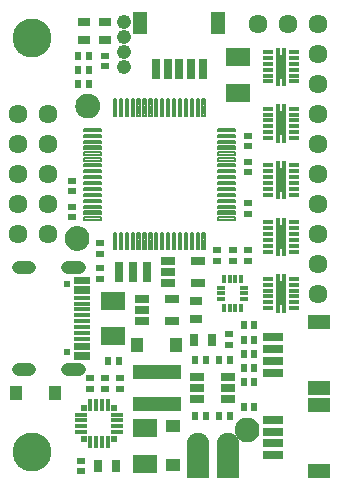
<source format=gts>
G75*
G70*
%OFA0B0*%
%FSLAX24Y24*%
%IPPOS*%
%LPD*%
%AMOC8*
5,1,8,0,0,1.08239X$1,22.5*
%
%ADD10C,0.1300*%
%ADD11R,0.0197X0.0276*%
%ADD12R,0.0827X0.0591*%
%ADD13R,0.1615X0.0512*%
%ADD14R,0.0512X0.0257*%
%ADD15R,0.0316X0.0434*%
%ADD16C,0.0000*%
%ADD17C,0.0001*%
%ADD18C,0.0075*%
%ADD19R,0.0316X0.0670*%
%ADD20R,0.0276X0.0197*%
%ADD21R,0.0434X0.0316*%
%ADD22R,0.0512X0.0394*%
%ADD23R,0.0650X0.0276*%
%ADD24R,0.0749X0.0512*%
%ADD25C,0.0634*%
%ADD26C,0.0749*%
%ADD27R,0.0749X0.1142*%
%ADD28R,0.0197X0.0197*%
%ADD29R,0.0394X0.0158*%
%ADD30R,0.0158X0.0394*%
%ADD31R,0.0394X0.0512*%
%ADD32R,0.0355X0.0138*%
%ADD33R,0.0355X0.0827*%
%ADD34R,0.0138X0.0355*%
%ADD35C,0.0476*%
%ADD36R,0.0158X0.0276*%
%ADD37R,0.0276X0.0158*%
%ADD38R,0.0552X0.0158*%
%ADD39C,0.0237*%
%ADD40C,0.0437*%
%ADD41R,0.0276X0.0650*%
%ADD42R,0.0512X0.0749*%
D10*
X032350Y022154D03*
X032350Y035933D03*
D11*
X033906Y035343D03*
X034260Y035343D03*
X034260Y034870D03*
X033906Y034870D03*
X033906Y034398D03*
X034260Y034398D03*
X039417Y026366D03*
X039772Y026366D03*
X039772Y025894D03*
X039417Y025894D03*
X039417Y025421D03*
X039772Y025421D03*
X039772Y024949D03*
X039417Y024949D03*
X039417Y024476D03*
X039772Y024476D03*
X039772Y023650D03*
X039417Y023650D03*
X038945Y023335D03*
X038591Y023335D03*
X038157Y023335D03*
X037803Y023335D03*
X037803Y025224D03*
X038157Y025224D03*
X038591Y025224D03*
X038945Y025224D03*
X035244Y025185D03*
X034890Y025185D03*
D12*
X035067Y026012D03*
X035067Y027193D03*
X036130Y022941D03*
X036130Y021760D03*
X039240Y034122D03*
X039240Y035303D03*
D13*
X036524Y024811D03*
X036524Y023748D03*
D14*
X037862Y023906D03*
X037862Y024280D03*
X037862Y024654D03*
X038886Y024654D03*
X038886Y024280D03*
X038886Y023906D03*
X037035Y026504D03*
X036012Y026504D03*
X036012Y026878D03*
X036012Y027252D03*
X036878Y027764D03*
X036878Y028138D03*
X036878Y028512D03*
X037902Y028512D03*
X037902Y027764D03*
X037035Y027252D03*
D15*
X037764Y025894D03*
X038354Y025894D03*
X035165Y021681D03*
X034575Y021681D03*
D16*
X039129Y022829D02*
X039149Y022759D01*
X039181Y022694D01*
X039225Y022636D01*
X039278Y022587D01*
X039340Y022549D01*
X039408Y022523D01*
X039479Y022510D01*
X039552Y022510D01*
X039623Y022523D01*
X039691Y022549D01*
X039753Y022587D01*
X039807Y022636D01*
X039850Y022694D01*
X039883Y022759D01*
X039903Y022829D01*
X039909Y022902D01*
X039903Y022974D01*
X039883Y023044D01*
X039850Y023109D01*
X039807Y023167D01*
X039753Y023216D01*
X039691Y023254D01*
X039623Y023280D01*
X039552Y023294D01*
X039479Y023294D01*
X039408Y023280D01*
X039340Y023254D01*
X039278Y023216D01*
X039225Y023167D01*
X039181Y023109D01*
X039149Y023044D01*
X039129Y022974D01*
X039122Y022902D01*
X039129Y022829D01*
X034084Y028965D02*
X034137Y029014D01*
X034181Y029072D01*
X034214Y029137D01*
X034233Y029207D01*
X034240Y029280D01*
X034233Y029352D01*
X034214Y029422D01*
X034181Y029487D01*
X034137Y029545D01*
X034084Y029594D01*
X034022Y029632D01*
X033954Y029658D01*
X033883Y029672D01*
X033810Y029672D01*
X033739Y029658D01*
X033671Y029632D01*
X033609Y029594D01*
X033556Y029545D01*
X033512Y029487D01*
X033479Y029422D01*
X033459Y029352D01*
X033453Y029280D01*
X033459Y029207D01*
X033479Y029137D01*
X033512Y029072D01*
X033556Y029014D01*
X033609Y028965D01*
X033671Y028927D01*
X033739Y028901D01*
X033810Y028888D01*
X033883Y028888D01*
X033954Y028901D01*
X034022Y028927D01*
X034084Y028965D01*
X034164Y033297D02*
X034237Y033297D01*
X034309Y033310D01*
X034376Y033337D01*
X034438Y033375D01*
X034492Y033424D01*
X034536Y033482D01*
X034568Y033547D01*
X034588Y033617D01*
X034594Y033689D01*
X034588Y033761D01*
X034568Y033831D01*
X034536Y033896D01*
X034492Y033954D01*
X034438Y034003D01*
X034376Y034041D01*
X034309Y034068D01*
X034237Y034081D01*
X034164Y034081D01*
X034093Y034068D01*
X034025Y034041D01*
X033964Y034003D01*
X033910Y033954D01*
X033866Y033896D01*
X033834Y033831D01*
X033814Y033761D01*
X033807Y033689D01*
X033814Y033617D01*
X033834Y033547D01*
X033866Y033482D01*
X033910Y033424D01*
X033964Y033375D01*
X034025Y033337D01*
X034093Y033310D01*
X034164Y033297D01*
D17*
X034162Y033297D02*
X034239Y033297D01*
X034245Y033298D02*
X034157Y033298D01*
X034152Y033299D02*
X034250Y033299D01*
X034255Y033300D02*
X034146Y033300D01*
X034141Y033301D02*
X034261Y033301D01*
X034266Y033302D02*
X034136Y033302D01*
X034130Y033303D02*
X034271Y033303D01*
X034277Y033304D02*
X034125Y033304D01*
X034120Y033305D02*
X034282Y033305D01*
X034287Y033306D02*
X034114Y033306D01*
X034109Y033307D02*
X034293Y033307D01*
X034298Y033308D02*
X034104Y033308D01*
X034098Y033309D02*
X034303Y033309D01*
X034309Y033310D02*
X034093Y033310D01*
X034090Y033311D02*
X034311Y033311D01*
X034314Y033312D02*
X034088Y033312D01*
X034085Y033313D02*
X034316Y033313D01*
X034319Y033314D02*
X034083Y033314D01*
X034080Y033315D02*
X034321Y033315D01*
X034324Y033316D02*
X034078Y033316D01*
X034075Y033317D02*
X034327Y033317D01*
X034329Y033318D02*
X034072Y033318D01*
X034070Y033319D02*
X034332Y033319D01*
X034334Y033320D02*
X034067Y033320D01*
X034065Y033321D02*
X034337Y033321D01*
X034340Y033322D02*
X034062Y033322D01*
X034059Y033323D02*
X034342Y033323D01*
X034345Y033324D02*
X034057Y033324D01*
X034054Y033325D02*
X034347Y033325D01*
X034350Y033326D02*
X034052Y033326D01*
X034049Y033327D02*
X034352Y033327D01*
X034355Y033328D02*
X034047Y033328D01*
X034044Y033329D02*
X034358Y033329D01*
X034360Y033330D02*
X034041Y033330D01*
X034039Y033331D02*
X034363Y033331D01*
X034365Y033332D02*
X034036Y033332D01*
X034034Y033333D02*
X034368Y033333D01*
X034370Y033334D02*
X034031Y033334D01*
X034029Y033335D02*
X034373Y033335D01*
X034376Y033336D02*
X034026Y033336D01*
X034024Y033337D02*
X034377Y033337D01*
X034379Y033338D02*
X034022Y033338D01*
X034021Y033339D02*
X034381Y033339D01*
X034382Y033340D02*
X034019Y033340D01*
X034018Y033341D02*
X034384Y033341D01*
X034386Y033342D02*
X034016Y033342D01*
X034014Y033343D02*
X034387Y033343D01*
X034389Y033344D02*
X034013Y033344D01*
X034011Y033345D02*
X034390Y033345D01*
X034392Y033346D02*
X034010Y033346D01*
X034008Y033347D02*
X034394Y033347D01*
X034395Y033348D02*
X034006Y033348D01*
X034005Y033349D02*
X034397Y033349D01*
X034398Y033350D02*
X034003Y033350D01*
X034001Y033351D02*
X034400Y033351D01*
X034402Y033352D02*
X034000Y033352D01*
X033998Y033353D02*
X034403Y033353D01*
X034405Y033354D02*
X033997Y033354D01*
X033995Y033355D02*
X034407Y033355D01*
X034408Y033356D02*
X033993Y033356D01*
X033992Y033357D02*
X034410Y033357D01*
X034411Y033358D02*
X033990Y033358D01*
X033989Y033359D02*
X034413Y033359D01*
X034415Y033360D02*
X033987Y033360D01*
X033985Y033361D02*
X034416Y033361D01*
X034418Y033362D02*
X033984Y033362D01*
X033982Y033363D02*
X034419Y033363D01*
X034421Y033364D02*
X033981Y033364D01*
X033979Y033365D02*
X034423Y033365D01*
X034424Y033366D02*
X033977Y033366D01*
X033976Y033367D02*
X034426Y033367D01*
X034428Y033368D02*
X033974Y033368D01*
X033972Y033369D02*
X034429Y033369D01*
X034431Y033370D02*
X033971Y033370D01*
X033969Y033371D02*
X034432Y033371D01*
X034434Y033372D02*
X033968Y033372D01*
X033966Y033373D02*
X034436Y033373D01*
X034437Y033374D02*
X033964Y033374D01*
X033963Y033375D02*
X034439Y033375D01*
X034440Y033376D02*
X033962Y033376D01*
X033961Y033377D02*
X034441Y033377D01*
X034442Y033378D02*
X033960Y033378D01*
X033959Y033379D02*
X034443Y033379D01*
X034444Y033380D02*
X033958Y033380D01*
X033956Y033381D02*
X034445Y033381D01*
X034446Y033382D02*
X033955Y033382D01*
X033954Y033383D02*
X034447Y033383D01*
X034448Y033384D02*
X033953Y033384D01*
X033952Y033385D02*
X034450Y033385D01*
X034451Y033386D02*
X033951Y033386D01*
X033950Y033387D02*
X034452Y033387D01*
X034453Y033388D02*
X033949Y033388D01*
X033948Y033389D02*
X034454Y033389D01*
X034455Y033390D02*
X033947Y033390D01*
X033945Y033391D02*
X034456Y033391D01*
X034457Y033392D02*
X033944Y033392D01*
X033943Y033393D02*
X034458Y033393D01*
X034459Y033394D02*
X033942Y033394D01*
X033941Y033395D02*
X034460Y033395D01*
X034462Y033396D02*
X033940Y033396D01*
X033939Y033397D02*
X034463Y033397D01*
X034464Y033398D02*
X033938Y033398D01*
X033937Y033399D02*
X034465Y033399D01*
X034466Y033400D02*
X033936Y033400D01*
X033935Y033401D02*
X034467Y033401D01*
X034468Y033402D02*
X033933Y033402D01*
X033932Y033403D02*
X034469Y033403D01*
X034470Y033404D02*
X033931Y033404D01*
X033930Y033405D02*
X034471Y033405D01*
X034473Y033406D02*
X033929Y033406D01*
X033928Y033407D02*
X034474Y033407D01*
X034475Y033408D02*
X033927Y033408D01*
X033926Y033409D02*
X034476Y033409D01*
X034477Y033410D02*
X033925Y033410D01*
X033924Y033411D02*
X034478Y033411D01*
X034479Y033412D02*
X033922Y033412D01*
X033921Y033413D02*
X034480Y033413D01*
X034481Y033414D02*
X033920Y033414D01*
X033919Y033415D02*
X034482Y033415D01*
X034483Y033416D02*
X033918Y033416D01*
X033917Y033417D02*
X034485Y033417D01*
X034486Y033418D02*
X033916Y033418D01*
X033915Y033419D02*
X034487Y033419D01*
X034488Y033420D02*
X033914Y033420D01*
X033913Y033421D02*
X034489Y033421D01*
X034490Y033422D02*
X033912Y033422D01*
X033910Y033423D02*
X034491Y033423D01*
X034492Y033424D02*
X033909Y033424D01*
X033909Y033425D02*
X034493Y033425D01*
X034494Y033426D02*
X033908Y033426D01*
X033907Y033427D02*
X034494Y033427D01*
X034495Y033428D02*
X033906Y033428D01*
X033906Y033429D02*
X034496Y033429D01*
X034497Y033430D02*
X033905Y033430D01*
X033904Y033431D02*
X034497Y033431D01*
X034498Y033432D02*
X033903Y033432D01*
X033903Y033433D02*
X034499Y033433D01*
X034500Y033434D02*
X033902Y033434D01*
X033901Y033435D02*
X034500Y033435D01*
X034501Y033436D02*
X033900Y033436D01*
X033900Y033437D02*
X034502Y033437D01*
X034503Y033438D02*
X033899Y033438D01*
X033898Y033439D02*
X034503Y033439D01*
X034504Y033440D02*
X033897Y033440D01*
X033897Y033441D02*
X034505Y033441D01*
X034506Y033442D02*
X033896Y033442D01*
X033895Y033443D02*
X034506Y033443D01*
X034507Y033444D02*
X033894Y033444D01*
X033894Y033445D02*
X034508Y033445D01*
X034509Y033446D02*
X033893Y033446D01*
X033892Y033447D02*
X034509Y033447D01*
X034510Y033448D02*
X033891Y033448D01*
X033891Y033449D02*
X034511Y033449D01*
X034512Y033450D02*
X033890Y033450D01*
X033889Y033451D02*
X034512Y033451D01*
X034513Y033452D02*
X033888Y033452D01*
X033888Y033453D02*
X034514Y033453D01*
X034515Y033454D02*
X033887Y033454D01*
X033886Y033455D02*
X034515Y033455D01*
X034516Y033456D02*
X033885Y033456D01*
X033885Y033457D02*
X034517Y033457D01*
X034518Y033458D02*
X033884Y033458D01*
X033883Y033459D02*
X034518Y033459D01*
X034519Y033460D02*
X033882Y033460D01*
X033882Y033461D02*
X034520Y033461D01*
X034521Y033462D02*
X033881Y033462D01*
X033880Y033463D02*
X034522Y033463D01*
X034522Y033464D02*
X033879Y033464D01*
X033879Y033465D02*
X034523Y033465D01*
X034524Y033466D02*
X033878Y033466D01*
X033877Y033467D02*
X034525Y033467D01*
X034525Y033468D02*
X033876Y033468D01*
X033876Y033469D02*
X034526Y033469D01*
X034527Y033470D02*
X033875Y033470D01*
X033874Y033471D02*
X034528Y033471D01*
X034528Y033472D02*
X033873Y033472D01*
X033873Y033473D02*
X034529Y033473D01*
X034530Y033474D02*
X033872Y033474D01*
X033871Y033475D02*
X034531Y033475D01*
X034531Y033476D02*
X033870Y033476D01*
X033869Y033477D02*
X034532Y033477D01*
X034533Y033478D02*
X033869Y033478D01*
X033868Y033479D02*
X034534Y033479D01*
X034534Y033480D02*
X033867Y033480D01*
X033866Y033481D02*
X034535Y033481D01*
X034536Y033482D02*
X033866Y033482D01*
X033865Y033483D02*
X034536Y033483D01*
X034537Y033484D02*
X033865Y033484D01*
X033864Y033485D02*
X034537Y033485D01*
X034538Y033486D02*
X033864Y033486D01*
X033863Y033487D02*
X034538Y033487D01*
X034539Y033488D02*
X033863Y033488D01*
X033862Y033489D02*
X034539Y033489D01*
X034540Y033490D02*
X033862Y033490D01*
X033861Y033491D02*
X034540Y033491D01*
X034541Y033492D02*
X033861Y033492D01*
X033860Y033493D02*
X034541Y033493D01*
X034542Y033494D02*
X033860Y033494D01*
X033859Y033495D02*
X034542Y033495D01*
X034543Y033496D02*
X033859Y033496D01*
X033858Y033497D02*
X034543Y033497D01*
X034544Y033498D02*
X033858Y033498D01*
X033857Y033499D02*
X034544Y033499D01*
X034545Y033500D02*
X033857Y033500D01*
X033856Y033501D02*
X034545Y033501D01*
X034546Y033502D02*
X033856Y033502D01*
X033855Y033503D02*
X034546Y033503D01*
X034547Y033504D02*
X033855Y033504D01*
X033854Y033505D02*
X034547Y033505D01*
X034548Y033506D02*
X033854Y033506D01*
X033853Y033507D02*
X034548Y033507D01*
X034549Y033508D02*
X033853Y033508D01*
X033852Y033509D02*
X034549Y033509D01*
X034550Y033510D02*
X033852Y033510D01*
X033851Y033511D02*
X034550Y033511D01*
X034551Y033512D02*
X033851Y033512D01*
X033850Y033513D02*
X034551Y033513D01*
X034552Y033514D02*
X033850Y033514D01*
X033849Y033515D02*
X034552Y033515D01*
X034553Y033516D02*
X033849Y033516D01*
X033848Y033517D02*
X034553Y033517D01*
X034554Y033518D02*
X033848Y033518D01*
X033847Y033519D02*
X034554Y033519D01*
X034555Y033520D02*
X033847Y033520D01*
X033846Y033521D02*
X034555Y033521D01*
X034556Y033522D02*
X033846Y033522D01*
X033845Y033523D02*
X034556Y033523D01*
X034557Y033524D02*
X033845Y033524D01*
X033844Y033525D02*
X034557Y033525D01*
X034558Y033526D02*
X033844Y033526D01*
X033843Y033527D02*
X034558Y033527D01*
X034559Y033528D02*
X033843Y033528D01*
X033842Y033529D02*
X034559Y033529D01*
X034560Y033530D02*
X033842Y033530D01*
X033841Y033531D02*
X034560Y033531D01*
X034561Y033532D02*
X033841Y033532D01*
X033840Y033533D02*
X034561Y033533D01*
X034562Y033534D02*
X033840Y033534D01*
X033839Y033535D02*
X034562Y033535D01*
X034563Y033536D02*
X033839Y033536D01*
X033838Y033537D02*
X034563Y033537D01*
X034564Y033538D02*
X033838Y033538D01*
X033837Y033539D02*
X034564Y033539D01*
X034565Y033540D02*
X033837Y033540D01*
X033836Y033541D02*
X034565Y033541D01*
X034566Y033542D02*
X033836Y033542D01*
X033835Y033543D02*
X034566Y033543D01*
X034567Y033544D02*
X033835Y033544D01*
X033834Y033545D02*
X034567Y033545D01*
X034568Y033546D02*
X033834Y033546D01*
X033834Y033547D02*
X034568Y033547D01*
X034568Y033548D02*
X033833Y033548D01*
X033833Y033549D02*
X034569Y033549D01*
X034569Y033550D02*
X033833Y033550D01*
X033832Y033551D02*
X034569Y033551D01*
X034569Y033552D02*
X033832Y033552D01*
X033832Y033553D02*
X034570Y033553D01*
X034570Y033554D02*
X033832Y033554D01*
X033831Y033555D02*
X034570Y033555D01*
X034571Y033556D02*
X033831Y033556D01*
X033831Y033557D02*
X034571Y033557D01*
X034571Y033558D02*
X033830Y033558D01*
X033830Y033559D02*
X034571Y033559D01*
X034572Y033560D02*
X033830Y033560D01*
X033830Y033561D02*
X034572Y033561D01*
X034572Y033562D02*
X033829Y033562D01*
X033829Y033563D02*
X034573Y033563D01*
X034573Y033564D02*
X033829Y033564D01*
X033828Y033565D02*
X034573Y033565D01*
X034573Y033566D02*
X033828Y033566D01*
X033828Y033567D02*
X034574Y033567D01*
X034574Y033568D02*
X033828Y033568D01*
X033827Y033569D02*
X034574Y033569D01*
X034575Y033570D02*
X033827Y033570D01*
X033827Y033571D02*
X034575Y033571D01*
X034575Y033572D02*
X033826Y033572D01*
X033826Y033573D02*
X034575Y033573D01*
X034576Y033574D02*
X033826Y033574D01*
X033826Y033575D02*
X034576Y033575D01*
X034576Y033576D02*
X033825Y033576D01*
X033825Y033577D02*
X034577Y033577D01*
X034577Y033578D02*
X033825Y033578D01*
X033824Y033579D02*
X034577Y033579D01*
X034577Y033580D02*
X033824Y033580D01*
X033824Y033581D02*
X034578Y033581D01*
X034578Y033582D02*
X033824Y033582D01*
X033823Y033583D02*
X034578Y033583D01*
X034579Y033584D02*
X033823Y033584D01*
X033823Y033585D02*
X034579Y033585D01*
X034579Y033586D02*
X033822Y033586D01*
X033822Y033587D02*
X034579Y033587D01*
X034580Y033588D02*
X033822Y033588D01*
X033822Y033589D02*
X034580Y033589D01*
X034580Y033590D02*
X033821Y033590D01*
X033821Y033591D02*
X034581Y033591D01*
X034581Y033592D02*
X033821Y033592D01*
X033820Y033593D02*
X034581Y033593D01*
X034581Y033594D02*
X033820Y033594D01*
X033820Y033595D02*
X034582Y033595D01*
X034582Y033596D02*
X033820Y033596D01*
X033819Y033597D02*
X034582Y033597D01*
X034582Y033598D02*
X033819Y033598D01*
X033819Y033599D02*
X034583Y033599D01*
X034583Y033600D02*
X033819Y033600D01*
X033818Y033601D02*
X034583Y033601D01*
X034584Y033602D02*
X033818Y033602D01*
X033818Y033603D02*
X034584Y033603D01*
X034584Y033604D02*
X033817Y033604D01*
X033817Y033605D02*
X034584Y033605D01*
X034585Y033606D02*
X033817Y033606D01*
X033817Y033607D02*
X034585Y033607D01*
X034585Y033608D02*
X033816Y033608D01*
X033816Y033609D02*
X034586Y033609D01*
X034586Y033610D02*
X033816Y033610D01*
X033815Y033611D02*
X034586Y033611D01*
X034586Y033612D02*
X033815Y033612D01*
X033815Y033613D02*
X034587Y033613D01*
X034587Y033614D02*
X033815Y033614D01*
X033814Y033615D02*
X034587Y033615D01*
X034588Y033616D02*
X033814Y033616D01*
X033814Y033617D02*
X034588Y033617D01*
X034588Y033618D02*
X033814Y033618D01*
X033814Y033619D02*
X034588Y033619D01*
X034588Y033620D02*
X033813Y033620D01*
X033813Y033621D02*
X034588Y033621D01*
X034588Y033622D02*
X033813Y033622D01*
X033813Y033623D02*
X034588Y033623D01*
X034588Y033624D02*
X033813Y033624D01*
X033813Y033625D02*
X034589Y033625D01*
X034589Y033626D02*
X033813Y033626D01*
X033813Y033627D02*
X034589Y033627D01*
X034589Y033628D02*
X033813Y033628D01*
X033813Y033629D02*
X034589Y033629D01*
X034589Y033630D02*
X033813Y033630D01*
X033812Y033631D02*
X034589Y033631D01*
X034589Y033632D02*
X033812Y033632D01*
X033812Y033633D02*
X034589Y033633D01*
X034589Y033634D02*
X033812Y033634D01*
X033812Y033635D02*
X034589Y033635D01*
X034590Y033636D02*
X033812Y033636D01*
X033812Y033637D02*
X034590Y033637D01*
X034590Y033638D02*
X033812Y033638D01*
X033812Y033639D02*
X034590Y033639D01*
X034590Y033640D02*
X033812Y033640D01*
X033812Y033641D02*
X034590Y033641D01*
X034590Y033642D02*
X033811Y033642D01*
X033811Y033643D02*
X034590Y033643D01*
X034590Y033644D02*
X033811Y033644D01*
X033811Y033645D02*
X034590Y033645D01*
X034591Y033646D02*
X033811Y033646D01*
X033811Y033647D02*
X034591Y033647D01*
X034591Y033648D02*
X033811Y033648D01*
X033811Y033649D02*
X034591Y033649D01*
X034591Y033650D02*
X033811Y033650D01*
X033811Y033651D02*
X034591Y033651D01*
X034591Y033652D02*
X033811Y033652D01*
X033810Y033653D02*
X034591Y033653D01*
X034591Y033654D02*
X033810Y033654D01*
X033810Y033655D02*
X034591Y033655D01*
X034591Y033656D02*
X033810Y033656D01*
X033810Y033657D02*
X034592Y033657D01*
X034592Y033658D02*
X033810Y033658D01*
X033810Y033659D02*
X034592Y033659D01*
X034592Y033660D02*
X033810Y033660D01*
X033810Y033661D02*
X034592Y033661D01*
X034592Y033662D02*
X033810Y033662D01*
X033809Y033663D02*
X034592Y033663D01*
X034592Y033664D02*
X033809Y033664D01*
X033809Y033665D02*
X034592Y033665D01*
X034592Y033666D02*
X033809Y033666D01*
X033809Y033667D02*
X034592Y033667D01*
X034593Y033668D02*
X033809Y033668D01*
X033809Y033669D02*
X034593Y033669D01*
X034593Y033670D02*
X033809Y033670D01*
X033809Y033671D02*
X034593Y033671D01*
X034593Y033672D02*
X033809Y033672D01*
X033809Y033673D02*
X034593Y033673D01*
X034593Y033674D02*
X033808Y033674D01*
X033808Y033675D02*
X034593Y033675D01*
X034593Y033676D02*
X033808Y033676D01*
X033808Y033677D02*
X034593Y033677D01*
X034593Y033678D02*
X033808Y033678D01*
X033808Y033679D02*
X034594Y033679D01*
X034594Y033680D02*
X033808Y033680D01*
X033808Y033681D02*
X034594Y033681D01*
X034594Y033682D02*
X033808Y033682D01*
X033808Y033683D02*
X034594Y033683D01*
X034594Y033684D02*
X033808Y033684D01*
X033807Y033685D02*
X034594Y033685D01*
X034594Y033686D02*
X033807Y033686D01*
X033807Y033687D02*
X034594Y033687D01*
X034594Y033688D02*
X033807Y033688D01*
X033807Y033689D02*
X034594Y033689D01*
X034594Y033690D02*
X033807Y033690D01*
X033807Y033691D02*
X034594Y033691D01*
X034594Y033692D02*
X033807Y033692D01*
X033807Y033693D02*
X034594Y033693D01*
X034594Y033694D02*
X033808Y033694D01*
X033808Y033695D02*
X034594Y033695D01*
X034594Y033696D02*
X033808Y033696D01*
X033808Y033697D02*
X034594Y033697D01*
X034594Y033698D02*
X033808Y033698D01*
X033808Y033699D02*
X034594Y033699D01*
X034593Y033700D02*
X033808Y033700D01*
X033808Y033701D02*
X034593Y033701D01*
X034593Y033702D02*
X033808Y033702D01*
X033808Y033703D02*
X034593Y033703D01*
X034593Y033704D02*
X033808Y033704D01*
X033809Y033705D02*
X034593Y033705D01*
X034593Y033706D02*
X033809Y033706D01*
X033809Y033707D02*
X034593Y033707D01*
X034593Y033708D02*
X033809Y033708D01*
X033809Y033709D02*
X034593Y033709D01*
X034593Y033710D02*
X033809Y033710D01*
X033809Y033711D02*
X034592Y033711D01*
X034592Y033712D02*
X033809Y033712D01*
X033809Y033713D02*
X034592Y033713D01*
X034592Y033714D02*
X033809Y033714D01*
X033809Y033715D02*
X034592Y033715D01*
X034592Y033716D02*
X033810Y033716D01*
X033810Y033717D02*
X034592Y033717D01*
X034592Y033718D02*
X033810Y033718D01*
X033810Y033719D02*
X034592Y033719D01*
X034592Y033720D02*
X033810Y033720D01*
X033810Y033721D02*
X034592Y033721D01*
X034591Y033722D02*
X033810Y033722D01*
X033810Y033723D02*
X034591Y033723D01*
X034591Y033724D02*
X033810Y033724D01*
X033810Y033725D02*
X034591Y033725D01*
X034591Y033726D02*
X033811Y033726D01*
X033811Y033727D02*
X034591Y033727D01*
X034591Y033728D02*
X033811Y033728D01*
X033811Y033729D02*
X034591Y033729D01*
X034591Y033730D02*
X033811Y033730D01*
X033811Y033731D02*
X034591Y033731D01*
X034591Y033732D02*
X033811Y033732D01*
X033811Y033733D02*
X034590Y033733D01*
X034590Y033734D02*
X033811Y033734D01*
X033811Y033735D02*
X034590Y033735D01*
X034590Y033736D02*
X033811Y033736D01*
X033812Y033737D02*
X034590Y033737D01*
X034590Y033738D02*
X033812Y033738D01*
X033812Y033739D02*
X034590Y033739D01*
X034590Y033740D02*
X033812Y033740D01*
X033812Y033741D02*
X034590Y033741D01*
X034590Y033742D02*
X033812Y033742D01*
X033812Y033743D02*
X034589Y033743D01*
X034589Y033744D02*
X033812Y033744D01*
X033812Y033745D02*
X034589Y033745D01*
X034589Y033746D02*
X033812Y033746D01*
X033812Y033747D02*
X034589Y033747D01*
X034589Y033748D02*
X033813Y033748D01*
X033813Y033749D02*
X034589Y033749D01*
X034589Y033750D02*
X033813Y033750D01*
X033813Y033751D02*
X034589Y033751D01*
X034589Y033752D02*
X033813Y033752D01*
X033813Y033753D02*
X034589Y033753D01*
X034588Y033754D02*
X033813Y033754D01*
X033813Y033755D02*
X034588Y033755D01*
X034588Y033756D02*
X033813Y033756D01*
X033813Y033757D02*
X034588Y033757D01*
X034588Y033758D02*
X033813Y033758D01*
X033814Y033759D02*
X034588Y033759D01*
X034588Y033760D02*
X033814Y033760D01*
X033814Y033761D02*
X034588Y033761D01*
X034588Y033762D02*
X033814Y033762D01*
X033814Y033763D02*
X034587Y033763D01*
X034587Y033764D02*
X033815Y033764D01*
X033815Y033765D02*
X034587Y033765D01*
X034586Y033766D02*
X033815Y033766D01*
X033815Y033767D02*
X034586Y033767D01*
X034586Y033768D02*
X033816Y033768D01*
X033816Y033769D02*
X034586Y033769D01*
X034585Y033770D02*
X033816Y033770D01*
X033817Y033771D02*
X034585Y033771D01*
X034585Y033772D02*
X033817Y033772D01*
X033817Y033773D02*
X034584Y033773D01*
X034584Y033774D02*
X033817Y033774D01*
X033818Y033775D02*
X034584Y033775D01*
X034584Y033776D02*
X033818Y033776D01*
X033818Y033777D02*
X034583Y033777D01*
X034583Y033778D02*
X033819Y033778D01*
X033819Y033779D02*
X034583Y033779D01*
X034583Y033780D02*
X033819Y033780D01*
X033819Y033781D02*
X034582Y033781D01*
X034582Y033782D02*
X033820Y033782D01*
X033820Y033783D02*
X034582Y033783D01*
X034581Y033784D02*
X033820Y033784D01*
X033820Y033785D02*
X034581Y033785D01*
X034581Y033786D02*
X033821Y033786D01*
X033821Y033787D02*
X034581Y033787D01*
X034580Y033788D02*
X033821Y033788D01*
X033822Y033789D02*
X034580Y033789D01*
X034580Y033790D02*
X033822Y033790D01*
X033822Y033791D02*
X034579Y033791D01*
X034579Y033792D02*
X033822Y033792D01*
X033823Y033793D02*
X034579Y033793D01*
X034579Y033794D02*
X033823Y033794D01*
X033823Y033795D02*
X034578Y033795D01*
X034578Y033796D02*
X033824Y033796D01*
X033824Y033797D02*
X034578Y033797D01*
X034577Y033798D02*
X033824Y033798D01*
X033824Y033799D02*
X034577Y033799D01*
X034577Y033800D02*
X033825Y033800D01*
X033825Y033801D02*
X034577Y033801D01*
X034576Y033802D02*
X033825Y033802D01*
X033826Y033803D02*
X034576Y033803D01*
X034576Y033804D02*
X033826Y033804D01*
X033826Y033805D02*
X034575Y033805D01*
X034575Y033806D02*
X033826Y033806D01*
X033827Y033807D02*
X034575Y033807D01*
X034575Y033808D02*
X033827Y033808D01*
X033827Y033809D02*
X034574Y033809D01*
X034574Y033810D02*
X033828Y033810D01*
X033828Y033811D02*
X034574Y033811D01*
X034573Y033812D02*
X033828Y033812D01*
X033828Y033813D02*
X034573Y033813D01*
X034573Y033814D02*
X033829Y033814D01*
X033829Y033815D02*
X034573Y033815D01*
X034572Y033816D02*
X033829Y033816D01*
X033830Y033817D02*
X034572Y033817D01*
X034572Y033818D02*
X033830Y033818D01*
X033830Y033819D02*
X034571Y033819D01*
X034571Y033820D02*
X033830Y033820D01*
X033831Y033821D02*
X034571Y033821D01*
X034571Y033822D02*
X033831Y033822D01*
X033831Y033823D02*
X034570Y033823D01*
X034570Y033824D02*
X033832Y033824D01*
X033832Y033825D02*
X034570Y033825D01*
X034569Y033826D02*
X033832Y033826D01*
X033832Y033827D02*
X034569Y033827D01*
X034569Y033828D02*
X033833Y033828D01*
X033833Y033829D02*
X034569Y033829D01*
X034568Y033830D02*
X033833Y033830D01*
X033834Y033831D02*
X034568Y033831D01*
X034568Y033832D02*
X033834Y033832D01*
X033834Y033833D02*
X034567Y033833D01*
X034567Y033834D02*
X033835Y033834D01*
X033835Y033835D02*
X034566Y033835D01*
X034566Y033836D02*
X033836Y033836D01*
X033836Y033837D02*
X034565Y033837D01*
X034565Y033838D02*
X033837Y033838D01*
X033837Y033839D02*
X034564Y033839D01*
X034564Y033840D02*
X033838Y033840D01*
X033838Y033841D02*
X034563Y033841D01*
X034563Y033842D02*
X033839Y033842D01*
X033839Y033843D02*
X034562Y033843D01*
X034562Y033844D02*
X033840Y033844D01*
X033840Y033845D02*
X034561Y033845D01*
X034561Y033846D02*
X033841Y033846D01*
X033841Y033847D02*
X034560Y033847D01*
X034560Y033848D02*
X033842Y033848D01*
X033842Y033849D02*
X034559Y033849D01*
X034559Y033850D02*
X033843Y033850D01*
X033843Y033851D02*
X034558Y033851D01*
X034558Y033852D02*
X033844Y033852D01*
X033844Y033853D02*
X034557Y033853D01*
X034557Y033854D02*
X033845Y033854D01*
X033845Y033855D02*
X034556Y033855D01*
X034556Y033856D02*
X033846Y033856D01*
X033846Y033857D02*
X034555Y033857D01*
X034555Y033858D02*
X033847Y033858D01*
X033847Y033859D02*
X034554Y033859D01*
X034554Y033860D02*
X033848Y033860D01*
X033848Y033861D02*
X034553Y033861D01*
X034553Y033862D02*
X033849Y033862D01*
X033849Y033863D02*
X034552Y033863D01*
X034552Y033864D02*
X033850Y033864D01*
X033850Y033865D02*
X034551Y033865D01*
X034551Y033866D02*
X033851Y033866D01*
X033851Y033867D02*
X034550Y033867D01*
X034550Y033868D02*
X033852Y033868D01*
X033852Y033869D02*
X034549Y033869D01*
X034549Y033870D02*
X033853Y033870D01*
X033853Y033871D02*
X034548Y033871D01*
X034548Y033872D02*
X033854Y033872D01*
X033854Y033873D02*
X034547Y033873D01*
X034547Y033874D02*
X033855Y033874D01*
X033855Y033875D02*
X034546Y033875D01*
X034546Y033876D02*
X033856Y033876D01*
X033856Y033877D02*
X034545Y033877D01*
X034545Y033878D02*
X033857Y033878D01*
X033857Y033879D02*
X034544Y033879D01*
X034544Y033880D02*
X033858Y033880D01*
X033858Y033881D02*
X034543Y033881D01*
X034543Y033882D02*
X033859Y033882D01*
X033859Y033883D02*
X034542Y033883D01*
X034542Y033884D02*
X033860Y033884D01*
X033860Y033885D02*
X034541Y033885D01*
X034541Y033886D02*
X033861Y033886D01*
X033861Y033887D02*
X034540Y033887D01*
X034540Y033888D02*
X033862Y033888D01*
X033862Y033889D02*
X034539Y033889D01*
X034539Y033890D02*
X033863Y033890D01*
X033863Y033891D02*
X034538Y033891D01*
X034538Y033892D02*
X033864Y033892D01*
X033864Y033893D02*
X034537Y033893D01*
X034537Y033894D02*
X033865Y033894D01*
X033865Y033895D02*
X034536Y033895D01*
X034536Y033896D02*
X033866Y033896D01*
X033866Y033897D02*
X034535Y033897D01*
X034534Y033898D02*
X033867Y033898D01*
X033868Y033899D02*
X034534Y033899D01*
X034533Y033900D02*
X033869Y033900D01*
X033869Y033901D02*
X034532Y033901D01*
X034531Y033902D02*
X033870Y033902D01*
X033871Y033903D02*
X034531Y033903D01*
X034530Y033904D02*
X033872Y033904D01*
X033872Y033905D02*
X034529Y033905D01*
X034528Y033906D02*
X033873Y033906D01*
X033874Y033907D02*
X034528Y033907D01*
X034527Y033908D02*
X033875Y033908D01*
X033876Y033909D02*
X034526Y033909D01*
X034525Y033910D02*
X033876Y033910D01*
X033877Y033911D02*
X034525Y033911D01*
X034524Y033912D02*
X033878Y033912D01*
X033879Y033913D02*
X034523Y033913D01*
X034522Y033914D02*
X033879Y033914D01*
X033880Y033915D02*
X034522Y033915D01*
X034521Y033916D02*
X033881Y033916D01*
X033882Y033917D02*
X034520Y033917D01*
X034519Y033918D02*
X033882Y033918D01*
X033883Y033919D02*
X034519Y033919D01*
X034518Y033920D02*
X033884Y033920D01*
X033885Y033921D02*
X034517Y033921D01*
X034516Y033922D02*
X033885Y033922D01*
X033886Y033923D02*
X034516Y033923D01*
X034515Y033924D02*
X033887Y033924D01*
X033888Y033925D02*
X034514Y033925D01*
X034513Y033926D02*
X033888Y033926D01*
X033889Y033927D02*
X034512Y033927D01*
X034512Y033928D02*
X033890Y033928D01*
X033891Y033929D02*
X034511Y033929D01*
X034510Y033930D02*
X033891Y033930D01*
X033892Y033931D02*
X034509Y033931D01*
X034509Y033932D02*
X033893Y033932D01*
X033894Y033933D02*
X034508Y033933D01*
X034507Y033934D02*
X033894Y033934D01*
X033895Y033935D02*
X034506Y033935D01*
X034506Y033936D02*
X033896Y033936D01*
X033897Y033937D02*
X034505Y033937D01*
X034504Y033938D02*
X033897Y033938D01*
X033898Y033939D02*
X034503Y033939D01*
X034503Y033940D02*
X033899Y033940D01*
X033900Y033941D02*
X034502Y033941D01*
X034501Y033942D02*
X033900Y033942D01*
X033901Y033943D02*
X034500Y033943D01*
X034500Y033944D02*
X033902Y033944D01*
X033903Y033945D02*
X034499Y033945D01*
X034498Y033946D02*
X033903Y033946D01*
X033904Y033947D02*
X034497Y033947D01*
X034497Y033948D02*
X033905Y033948D01*
X033906Y033949D02*
X034496Y033949D01*
X034495Y033950D02*
X033906Y033950D01*
X033907Y033951D02*
X034494Y033951D01*
X034494Y033952D02*
X033908Y033952D01*
X033909Y033953D02*
X034493Y033953D01*
X034492Y033954D02*
X033909Y033954D01*
X033910Y033955D02*
X034491Y033955D01*
X034490Y033956D02*
X033911Y033956D01*
X033913Y033957D02*
X034489Y033957D01*
X034488Y033958D02*
X033914Y033958D01*
X033915Y033959D02*
X034487Y033959D01*
X034486Y033960D02*
X033916Y033960D01*
X033917Y033961D02*
X034485Y033961D01*
X034484Y033962D02*
X033918Y033962D01*
X033919Y033963D02*
X034482Y033963D01*
X034481Y033964D02*
X033920Y033964D01*
X033921Y033965D02*
X034480Y033965D01*
X034479Y033966D02*
X033922Y033966D01*
X033924Y033967D02*
X034478Y033967D01*
X034477Y033968D02*
X033925Y033968D01*
X033926Y033969D02*
X034476Y033969D01*
X034475Y033970D02*
X033927Y033970D01*
X033928Y033971D02*
X034474Y033971D01*
X034473Y033972D02*
X033929Y033972D01*
X033930Y033973D02*
X034471Y033973D01*
X034470Y033974D02*
X033931Y033974D01*
X033932Y033975D02*
X034469Y033975D01*
X034468Y033976D02*
X033933Y033976D01*
X033934Y033977D02*
X034467Y033977D01*
X034466Y033978D02*
X033936Y033978D01*
X033937Y033979D02*
X034465Y033979D01*
X034464Y033980D02*
X033938Y033980D01*
X033939Y033981D02*
X034463Y033981D01*
X034462Y033982D02*
X033940Y033982D01*
X033941Y033983D02*
X034461Y033983D01*
X034459Y033984D02*
X033942Y033984D01*
X033943Y033985D02*
X034458Y033985D01*
X034457Y033986D02*
X033944Y033986D01*
X033945Y033987D02*
X034456Y033987D01*
X034455Y033988D02*
X033947Y033988D01*
X033948Y033989D02*
X034454Y033989D01*
X034453Y033990D02*
X033949Y033990D01*
X033950Y033991D02*
X034452Y033991D01*
X034451Y033992D02*
X033951Y033992D01*
X033952Y033993D02*
X034450Y033993D01*
X034448Y033994D02*
X033953Y033994D01*
X033954Y033995D02*
X034447Y033995D01*
X034446Y033996D02*
X033955Y033996D01*
X033956Y033997D02*
X034445Y033997D01*
X034444Y033998D02*
X033957Y033998D01*
X033959Y033999D02*
X034443Y033999D01*
X034442Y034000D02*
X033960Y034000D01*
X033961Y034001D02*
X034441Y034001D01*
X034440Y034002D02*
X033962Y034002D01*
X033963Y034003D02*
X034439Y034003D01*
X034437Y034004D02*
X033964Y034004D01*
X033966Y034005D02*
X034436Y034005D01*
X034434Y034006D02*
X033968Y034006D01*
X033969Y034007D02*
X034432Y034007D01*
X034431Y034008D02*
X033971Y034008D01*
X033972Y034009D02*
X034429Y034009D01*
X034428Y034010D02*
X033974Y034010D01*
X033976Y034011D02*
X034426Y034011D01*
X034424Y034012D02*
X033977Y034012D01*
X033979Y034013D02*
X034423Y034013D01*
X034421Y034014D02*
X033980Y034014D01*
X033982Y034015D02*
X034420Y034015D01*
X034418Y034016D02*
X033984Y034016D01*
X033985Y034017D02*
X034416Y034017D01*
X034415Y034018D02*
X033987Y034018D01*
X033989Y034019D02*
X034413Y034019D01*
X034411Y034020D02*
X033990Y034020D01*
X033992Y034021D02*
X034410Y034021D01*
X034408Y034022D02*
X033993Y034022D01*
X033995Y034023D02*
X034407Y034023D01*
X034405Y034024D02*
X033997Y034024D01*
X033998Y034025D02*
X034403Y034025D01*
X034402Y034026D02*
X034000Y034026D01*
X034001Y034027D02*
X034400Y034027D01*
X034399Y034028D02*
X034003Y034028D01*
X034005Y034029D02*
X034397Y034029D01*
X034395Y034030D02*
X034006Y034030D01*
X034008Y034031D02*
X034394Y034031D01*
X034392Y034032D02*
X034009Y034032D01*
X034011Y034033D02*
X034390Y034033D01*
X034389Y034034D02*
X034013Y034034D01*
X034014Y034035D02*
X034387Y034035D01*
X034386Y034036D02*
X034016Y034036D01*
X034018Y034037D02*
X034384Y034037D01*
X034382Y034038D02*
X034019Y034038D01*
X034021Y034039D02*
X034381Y034039D01*
X034379Y034040D02*
X034022Y034040D01*
X034024Y034041D02*
X034378Y034041D01*
X034376Y034042D02*
X034026Y034042D01*
X034028Y034043D02*
X034373Y034043D01*
X034371Y034044D02*
X034031Y034044D01*
X034034Y034045D02*
X034368Y034045D01*
X034365Y034046D02*
X034036Y034046D01*
X034039Y034047D02*
X034363Y034047D01*
X034360Y034048D02*
X034041Y034048D01*
X034044Y034049D02*
X034358Y034049D01*
X034355Y034050D02*
X034046Y034050D01*
X034049Y034051D02*
X034353Y034051D01*
X034350Y034052D02*
X034052Y034052D01*
X034054Y034053D02*
X034347Y034053D01*
X034345Y034054D02*
X034057Y034054D01*
X034059Y034055D02*
X034342Y034055D01*
X034340Y034056D02*
X034062Y034056D01*
X034065Y034057D02*
X034337Y034057D01*
X034334Y034058D02*
X034067Y034058D01*
X034070Y034059D02*
X034332Y034059D01*
X034329Y034060D02*
X034072Y034060D01*
X034075Y034061D02*
X034327Y034061D01*
X034324Y034062D02*
X034077Y034062D01*
X034080Y034063D02*
X034322Y034063D01*
X034319Y034064D02*
X034083Y034064D01*
X034085Y034065D02*
X034316Y034065D01*
X034314Y034066D02*
X034088Y034066D01*
X034090Y034067D02*
X034311Y034067D01*
X034309Y034068D02*
X034093Y034068D01*
X034098Y034069D02*
X034304Y034069D01*
X034298Y034070D02*
X034103Y034070D01*
X034109Y034071D02*
X034293Y034071D01*
X034287Y034072D02*
X034114Y034072D01*
X034119Y034073D02*
X034282Y034073D01*
X034277Y034074D02*
X034125Y034074D01*
X034130Y034075D02*
X034271Y034075D01*
X034266Y034076D02*
X034135Y034076D01*
X034141Y034077D02*
X034261Y034077D01*
X034255Y034078D02*
X034146Y034078D01*
X034151Y034079D02*
X034250Y034079D01*
X034245Y034080D02*
X034157Y034080D01*
X034162Y034081D02*
X034239Y034081D01*
X033886Y029671D02*
X033807Y029671D01*
X033801Y029670D02*
X033892Y029670D01*
X033897Y029669D02*
X033796Y029669D01*
X033791Y029668D02*
X033902Y029668D01*
X033908Y029667D02*
X033785Y029667D01*
X033780Y029666D02*
X033913Y029666D01*
X033918Y029665D02*
X033775Y029665D01*
X033769Y029664D02*
X033924Y029664D01*
X033929Y029663D02*
X033764Y029663D01*
X033759Y029662D02*
X033934Y029662D01*
X033940Y029661D02*
X033753Y029661D01*
X033748Y029660D02*
X033945Y029660D01*
X033950Y029659D02*
X033743Y029659D01*
X033738Y029658D02*
X033955Y029658D01*
X033957Y029657D02*
X033735Y029657D01*
X033733Y029656D02*
X033960Y029656D01*
X033963Y029655D02*
X033730Y029655D01*
X033728Y029654D02*
X033965Y029654D01*
X033968Y029653D02*
X033725Y029653D01*
X033723Y029652D02*
X033970Y029652D01*
X033973Y029651D02*
X033720Y029651D01*
X033717Y029650D02*
X033976Y029650D01*
X033978Y029649D02*
X033715Y029649D01*
X033712Y029648D02*
X033981Y029648D01*
X033983Y029647D02*
X033710Y029647D01*
X033707Y029646D02*
X033986Y029646D01*
X033988Y029645D02*
X033704Y029645D01*
X033702Y029644D02*
X033991Y029644D01*
X033994Y029643D02*
X033699Y029643D01*
X033697Y029642D02*
X033996Y029642D01*
X033999Y029641D02*
X033694Y029641D01*
X033692Y029640D02*
X034001Y029640D01*
X034004Y029639D02*
X033689Y029639D01*
X033686Y029638D02*
X034006Y029638D01*
X034009Y029637D02*
X033684Y029637D01*
X033681Y029636D02*
X034012Y029636D01*
X034014Y029635D02*
X033679Y029635D01*
X033676Y029634D02*
X034017Y029634D01*
X034019Y029633D02*
X033674Y029633D01*
X033671Y029632D02*
X034022Y029632D01*
X034024Y029631D02*
X033669Y029631D01*
X033668Y029630D02*
X034025Y029630D01*
X034027Y029629D02*
X033666Y029629D01*
X033665Y029628D02*
X034028Y029628D01*
X034030Y029627D02*
X033663Y029627D01*
X033661Y029626D02*
X034032Y029626D01*
X034033Y029625D02*
X033660Y029625D01*
X033658Y029624D02*
X034035Y029624D01*
X034036Y029623D02*
X033656Y029623D01*
X033655Y029622D02*
X034038Y029622D01*
X034040Y029621D02*
X033653Y029621D01*
X033652Y029620D02*
X034041Y029620D01*
X034043Y029619D02*
X033650Y029619D01*
X033648Y029618D02*
X034045Y029618D01*
X034046Y029617D02*
X033647Y029617D01*
X033645Y029616D02*
X034048Y029616D01*
X034049Y029615D02*
X033644Y029615D01*
X033642Y029614D02*
X034051Y029614D01*
X034053Y029613D02*
X033640Y029613D01*
X033639Y029612D02*
X034054Y029612D01*
X034056Y029611D02*
X033637Y029611D01*
X033635Y029610D02*
X034057Y029610D01*
X034059Y029609D02*
X033634Y029609D01*
X033632Y029608D02*
X034061Y029608D01*
X034062Y029607D02*
X033631Y029607D01*
X033629Y029606D02*
X034064Y029606D01*
X034066Y029605D02*
X033627Y029605D01*
X033626Y029604D02*
X034067Y029604D01*
X034069Y029603D02*
X033624Y029603D01*
X033623Y029602D02*
X034070Y029602D01*
X034072Y029601D02*
X033621Y029601D01*
X033619Y029600D02*
X034074Y029600D01*
X034075Y029599D02*
X033618Y029599D01*
X033616Y029598D02*
X034077Y029598D01*
X034078Y029597D02*
X033614Y029597D01*
X033613Y029596D02*
X034080Y029596D01*
X034082Y029595D02*
X033611Y029595D01*
X033610Y029594D02*
X034083Y029594D01*
X034085Y029593D02*
X033608Y029593D01*
X033607Y029592D02*
X034086Y029592D01*
X034087Y029591D02*
X033606Y029591D01*
X033605Y029590D02*
X034088Y029590D01*
X034089Y029589D02*
X033604Y029589D01*
X033603Y029588D02*
X034090Y029588D01*
X034091Y029587D02*
X033602Y029587D01*
X033601Y029586D02*
X034092Y029586D01*
X034093Y029585D02*
X033600Y029585D01*
X033599Y029584D02*
X034094Y029584D01*
X034095Y029583D02*
X033597Y029583D01*
X033596Y029582D02*
X034097Y029582D01*
X034098Y029581D02*
X033595Y029581D01*
X033594Y029580D02*
X034099Y029580D01*
X034100Y029579D02*
X033593Y029579D01*
X033592Y029578D02*
X034101Y029578D01*
X034102Y029577D02*
X033591Y029577D01*
X033590Y029576D02*
X034103Y029576D01*
X034104Y029575D02*
X033589Y029575D01*
X033588Y029574D02*
X034105Y029574D01*
X034106Y029573D02*
X033586Y029573D01*
X033585Y029572D02*
X034108Y029572D01*
X034109Y029571D02*
X033584Y029571D01*
X033583Y029570D02*
X034110Y029570D01*
X034111Y029569D02*
X033582Y029569D01*
X033581Y029568D02*
X034112Y029568D01*
X034113Y029567D02*
X033580Y029567D01*
X033579Y029566D02*
X034114Y029566D01*
X034115Y029565D02*
X033578Y029565D01*
X033577Y029564D02*
X034116Y029564D01*
X034117Y029563D02*
X033576Y029563D01*
X033574Y029562D02*
X034118Y029562D01*
X034120Y029561D02*
X033573Y029561D01*
X033572Y029560D02*
X034121Y029560D01*
X034122Y029559D02*
X033571Y029559D01*
X033570Y029558D02*
X034123Y029558D01*
X034124Y029557D02*
X033569Y029557D01*
X033568Y029556D02*
X034125Y029556D01*
X034126Y029555D02*
X033567Y029555D01*
X033566Y029554D02*
X034127Y029554D01*
X034128Y029553D02*
X033565Y029553D01*
X033563Y029552D02*
X034129Y029552D01*
X034131Y029551D02*
X033562Y029551D01*
X033561Y029550D02*
X034132Y029550D01*
X034133Y029549D02*
X033560Y029549D01*
X033559Y029548D02*
X034134Y029548D01*
X034135Y029547D02*
X033558Y029547D01*
X033557Y029546D02*
X034136Y029546D01*
X034137Y029545D02*
X033556Y029545D01*
X033555Y029544D02*
X034138Y029544D01*
X034139Y029543D02*
X033554Y029543D01*
X033553Y029542D02*
X034139Y029542D01*
X034140Y029541D02*
X033553Y029541D01*
X033552Y029540D02*
X034141Y029540D01*
X034142Y029539D02*
X033551Y029539D01*
X033550Y029538D02*
X034142Y029538D01*
X034143Y029537D02*
X033550Y029537D01*
X033549Y029536D02*
X034144Y029536D01*
X034145Y029535D02*
X033548Y029535D01*
X033547Y029534D02*
X034145Y029534D01*
X034146Y029533D02*
X033547Y029533D01*
X033546Y029532D02*
X034147Y029532D01*
X034148Y029531D02*
X033545Y029531D01*
X033544Y029530D02*
X034149Y029530D01*
X034149Y029529D02*
X033544Y029529D01*
X033543Y029528D02*
X034150Y029528D01*
X034151Y029527D02*
X033542Y029527D01*
X033541Y029526D02*
X034152Y029526D01*
X034152Y029525D02*
X033541Y029525D01*
X033540Y029524D02*
X034153Y029524D01*
X034154Y029523D02*
X033539Y029523D01*
X033538Y029522D02*
X034155Y029522D01*
X034155Y029521D02*
X033538Y029521D01*
X033537Y029520D02*
X034156Y029520D01*
X034157Y029519D02*
X033536Y029519D01*
X033535Y029518D02*
X034158Y029518D01*
X034158Y029517D02*
X033535Y029517D01*
X033534Y029516D02*
X034159Y029516D01*
X034160Y029515D02*
X033533Y029515D01*
X033532Y029514D02*
X034161Y029514D01*
X034161Y029513D02*
X033532Y029513D01*
X033531Y029512D02*
X034162Y029512D01*
X034163Y029511D02*
X033530Y029511D01*
X033529Y029510D02*
X034164Y029510D01*
X034164Y029509D02*
X033529Y029509D01*
X033528Y029508D02*
X034165Y029508D01*
X034166Y029507D02*
X033527Y029507D01*
X033526Y029506D02*
X034167Y029506D01*
X034167Y029505D02*
X033526Y029505D01*
X033525Y029504D02*
X034168Y029504D01*
X034169Y029503D02*
X033524Y029503D01*
X033523Y029502D02*
X034170Y029502D01*
X034170Y029501D02*
X033523Y029501D01*
X033522Y029500D02*
X034171Y029500D01*
X034172Y029499D02*
X033521Y029499D01*
X033520Y029498D02*
X034173Y029498D01*
X034173Y029497D02*
X033520Y029497D01*
X033519Y029496D02*
X034174Y029496D01*
X034175Y029495D02*
X033518Y029495D01*
X033517Y029494D02*
X034176Y029494D01*
X034176Y029493D02*
X033516Y029493D01*
X033516Y029492D02*
X034177Y029492D01*
X034178Y029491D02*
X033515Y029491D01*
X033514Y029490D02*
X034179Y029490D01*
X034179Y029489D02*
X033513Y029489D01*
X033513Y029488D02*
X034180Y029488D01*
X034181Y029487D02*
X033512Y029487D01*
X033511Y029486D02*
X034182Y029486D01*
X034182Y029485D02*
X033511Y029485D01*
X033510Y029484D02*
X034183Y029484D01*
X034183Y029483D02*
X033510Y029483D01*
X033509Y029482D02*
X034184Y029482D01*
X034184Y029481D02*
X033509Y029481D01*
X033508Y029480D02*
X034185Y029480D01*
X034185Y029479D02*
X033508Y029479D01*
X033507Y029478D02*
X034186Y029478D01*
X034186Y029477D02*
X033507Y029477D01*
X033506Y029476D02*
X034187Y029476D01*
X034187Y029475D02*
X033506Y029475D01*
X033505Y029474D02*
X034187Y029474D01*
X034188Y029473D02*
X033505Y029473D01*
X033504Y029472D02*
X034188Y029472D01*
X034189Y029471D02*
X033504Y029471D01*
X033503Y029470D02*
X034189Y029470D01*
X034190Y029469D02*
X033503Y029469D01*
X033502Y029468D02*
X034190Y029468D01*
X034191Y029467D02*
X033502Y029467D01*
X033501Y029466D02*
X034191Y029466D01*
X034192Y029465D02*
X033501Y029465D01*
X033500Y029464D02*
X034192Y029464D01*
X034193Y029463D02*
X033500Y029463D01*
X033499Y029462D02*
X034193Y029462D01*
X034194Y029461D02*
X033499Y029461D01*
X033498Y029460D02*
X034194Y029460D01*
X034195Y029459D02*
X033498Y029459D01*
X033497Y029458D02*
X034195Y029458D01*
X034196Y029457D02*
X033497Y029457D01*
X033496Y029456D02*
X034196Y029456D01*
X034197Y029455D02*
X033496Y029455D01*
X033495Y029454D02*
X034197Y029454D01*
X034198Y029453D02*
X033495Y029453D01*
X033494Y029452D02*
X034198Y029452D01*
X034199Y029451D02*
X033494Y029451D01*
X033493Y029450D02*
X034199Y029450D01*
X034200Y029449D02*
X033493Y029449D01*
X033492Y029448D02*
X034200Y029448D01*
X034201Y029447D02*
X033492Y029447D01*
X033491Y029446D02*
X034201Y029446D01*
X034202Y029445D02*
X033491Y029445D01*
X033490Y029444D02*
X034202Y029444D01*
X034203Y029443D02*
X033490Y029443D01*
X033489Y029442D02*
X034203Y029442D01*
X034204Y029441D02*
X033489Y029441D01*
X033489Y029440D02*
X034204Y029440D01*
X034205Y029439D02*
X033488Y029439D01*
X033488Y029438D02*
X034205Y029438D01*
X034206Y029437D02*
X033487Y029437D01*
X033487Y029436D02*
X034206Y029436D01*
X034207Y029435D02*
X033486Y029435D01*
X033486Y029434D02*
X034207Y029434D01*
X034208Y029433D02*
X033485Y029433D01*
X033485Y029432D02*
X034208Y029432D01*
X034209Y029431D02*
X033484Y029431D01*
X033484Y029430D02*
X034209Y029430D01*
X034210Y029429D02*
X033483Y029429D01*
X033483Y029428D02*
X034210Y029428D01*
X034211Y029427D02*
X033482Y029427D01*
X033482Y029426D02*
X034211Y029426D01*
X034212Y029425D02*
X033481Y029425D01*
X033481Y029424D02*
X034212Y029424D01*
X034213Y029423D02*
X033480Y029423D01*
X033480Y029422D02*
X034213Y029422D01*
X034214Y029421D02*
X033479Y029421D01*
X033479Y029420D02*
X034214Y029420D01*
X034214Y029419D02*
X033479Y029419D01*
X033478Y029418D02*
X034215Y029418D01*
X034215Y029417D02*
X033478Y029417D01*
X033478Y029416D02*
X034215Y029416D01*
X034215Y029415D02*
X033477Y029415D01*
X033477Y029414D02*
X034216Y029414D01*
X034216Y029413D02*
X033477Y029413D01*
X033477Y029412D02*
X034216Y029412D01*
X034217Y029411D02*
X033476Y029411D01*
X033476Y029410D02*
X034217Y029410D01*
X034217Y029409D02*
X033476Y029409D01*
X033475Y029408D02*
X034217Y029408D01*
X034218Y029407D02*
X033475Y029407D01*
X033475Y029406D02*
X034218Y029406D01*
X034218Y029405D02*
X033475Y029405D01*
X033474Y029404D02*
X034219Y029404D01*
X034219Y029403D02*
X033474Y029403D01*
X033474Y029402D02*
X034219Y029402D01*
X034219Y029401D02*
X033473Y029401D01*
X033473Y029400D02*
X034220Y029400D01*
X034220Y029399D02*
X033473Y029399D01*
X033473Y029398D02*
X034220Y029398D01*
X034221Y029397D02*
X033472Y029397D01*
X033472Y029396D02*
X034221Y029396D01*
X034221Y029395D02*
X033472Y029395D01*
X033472Y029394D02*
X034221Y029394D01*
X034222Y029393D02*
X033471Y029393D01*
X033471Y029392D02*
X034222Y029392D01*
X034222Y029391D02*
X033471Y029391D01*
X033470Y029390D02*
X034223Y029390D01*
X034223Y029389D02*
X033470Y029389D01*
X033470Y029388D02*
X034223Y029388D01*
X034223Y029387D02*
X033470Y029387D01*
X033469Y029386D02*
X034224Y029386D01*
X034224Y029385D02*
X033469Y029385D01*
X033469Y029384D02*
X034224Y029384D01*
X034225Y029383D02*
X033468Y029383D01*
X033468Y029382D02*
X034225Y029382D01*
X034225Y029381D02*
X033468Y029381D01*
X033468Y029380D02*
X034225Y029380D01*
X034226Y029379D02*
X033467Y029379D01*
X033467Y029378D02*
X034226Y029378D01*
X034226Y029377D02*
X033467Y029377D01*
X033466Y029376D02*
X034227Y029376D01*
X034227Y029375D02*
X033466Y029375D01*
X033466Y029374D02*
X034227Y029374D01*
X034227Y029373D02*
X033466Y029373D01*
X033465Y029372D02*
X034228Y029372D01*
X034228Y029371D02*
X033465Y029371D01*
X033465Y029370D02*
X034228Y029370D01*
X034229Y029369D02*
X033464Y029369D01*
X033464Y029368D02*
X034229Y029368D01*
X034229Y029367D02*
X033464Y029367D01*
X033464Y029366D02*
X034229Y029366D01*
X034230Y029365D02*
X033463Y029365D01*
X033463Y029364D02*
X034230Y029364D01*
X034230Y029363D02*
X033463Y029363D01*
X033462Y029362D02*
X034231Y029362D01*
X034231Y029361D02*
X033462Y029361D01*
X033462Y029360D02*
X034231Y029360D01*
X034231Y029359D02*
X033462Y029359D01*
X033461Y029358D02*
X034232Y029358D01*
X034232Y029357D02*
X033461Y029357D01*
X033461Y029356D02*
X034232Y029356D01*
X034232Y029355D02*
X033460Y029355D01*
X033460Y029354D02*
X034233Y029354D01*
X034233Y029353D02*
X033460Y029353D01*
X033460Y029352D02*
X034233Y029352D01*
X034234Y029351D02*
X033459Y029351D01*
X033459Y029350D02*
X034234Y029350D01*
X034234Y029349D02*
X033459Y029349D01*
X033459Y029348D02*
X034234Y029348D01*
X034234Y029347D02*
X033459Y029347D01*
X033459Y029346D02*
X034234Y029346D01*
X034234Y029345D02*
X033459Y029345D01*
X033459Y029344D02*
X034234Y029344D01*
X034234Y029343D02*
X033459Y029343D01*
X033459Y029342D02*
X034234Y029342D01*
X034234Y029341D02*
X033458Y029341D01*
X033458Y029340D02*
X034235Y029340D01*
X034235Y029339D02*
X033458Y029339D01*
X033458Y029338D02*
X034235Y029338D01*
X034235Y029337D02*
X033458Y029337D01*
X033458Y029336D02*
X034235Y029336D01*
X034235Y029335D02*
X033458Y029335D01*
X033458Y029334D02*
X034235Y029334D01*
X034235Y029333D02*
X033458Y029333D01*
X033458Y029332D02*
X034235Y029332D01*
X034235Y029331D02*
X033458Y029331D01*
X033457Y029330D02*
X034235Y029330D01*
X034236Y029329D02*
X033457Y029329D01*
X033457Y029328D02*
X034236Y029328D01*
X034236Y029327D02*
X033457Y029327D01*
X033457Y029326D02*
X034236Y029326D01*
X034236Y029325D02*
X033457Y029325D01*
X033457Y029324D02*
X034236Y029324D01*
X034236Y029323D02*
X033457Y029323D01*
X033457Y029322D02*
X034236Y029322D01*
X034236Y029321D02*
X033457Y029321D01*
X033457Y029320D02*
X034236Y029320D01*
X034236Y029319D02*
X033456Y029319D01*
X033456Y029318D02*
X034237Y029318D01*
X034237Y029317D02*
X033456Y029317D01*
X033456Y029316D02*
X034237Y029316D01*
X034237Y029315D02*
X033456Y029315D01*
X033456Y029314D02*
X034237Y029314D01*
X034237Y029313D02*
X033456Y029313D01*
X033456Y029312D02*
X034237Y029312D01*
X034237Y029311D02*
X033456Y029311D01*
X033456Y029310D02*
X034237Y029310D01*
X034237Y029309D02*
X033456Y029309D01*
X033455Y029308D02*
X034237Y029308D01*
X034238Y029307D02*
X033455Y029307D01*
X033455Y029306D02*
X034238Y029306D01*
X034238Y029305D02*
X033455Y029305D01*
X033455Y029304D02*
X034238Y029304D01*
X034238Y029303D02*
X033455Y029303D01*
X033455Y029302D02*
X034238Y029302D01*
X034238Y029301D02*
X033455Y029301D01*
X033455Y029300D02*
X034238Y029300D01*
X034238Y029299D02*
X033455Y029299D01*
X033454Y029298D02*
X034238Y029298D01*
X034239Y029297D02*
X033454Y029297D01*
X033454Y029296D02*
X034239Y029296D01*
X034239Y029295D02*
X033454Y029295D01*
X033454Y029294D02*
X034239Y029294D01*
X034239Y029293D02*
X033454Y029293D01*
X033454Y029292D02*
X034239Y029292D01*
X034239Y029291D02*
X033454Y029291D01*
X033454Y029290D02*
X034239Y029290D01*
X034239Y029289D02*
X033454Y029289D01*
X033454Y029288D02*
X034239Y029288D01*
X034239Y029287D02*
X033453Y029287D01*
X033453Y029286D02*
X034240Y029286D01*
X034240Y029285D02*
X033453Y029285D01*
X033453Y029284D02*
X034240Y029284D01*
X034240Y029283D02*
X033453Y029283D01*
X033453Y029282D02*
X034240Y029282D01*
X034240Y029281D02*
X033453Y029281D01*
X033453Y029280D02*
X034240Y029280D01*
X034240Y029279D02*
X033453Y029279D01*
X033453Y029278D02*
X034240Y029278D01*
X034240Y029277D02*
X033453Y029277D01*
X033453Y029276D02*
X034240Y029276D01*
X034240Y029275D02*
X033453Y029275D01*
X033453Y029274D02*
X034240Y029274D01*
X034240Y029273D02*
X033453Y029273D01*
X033453Y029272D02*
X034239Y029272D01*
X034239Y029271D02*
X033454Y029271D01*
X033454Y029270D02*
X034239Y029270D01*
X034239Y029269D02*
X033454Y029269D01*
X033454Y029268D02*
X034239Y029268D01*
X034239Y029267D02*
X033454Y029267D01*
X033454Y029266D02*
X034239Y029266D01*
X034239Y029265D02*
X033454Y029265D01*
X033454Y029264D02*
X034239Y029264D01*
X034239Y029263D02*
X033454Y029263D01*
X033454Y029262D02*
X034239Y029262D01*
X034238Y029261D02*
X033454Y029261D01*
X033455Y029260D02*
X034238Y029260D01*
X034238Y029259D02*
X033455Y029259D01*
X033455Y029258D02*
X034238Y029258D01*
X034238Y029257D02*
X033455Y029257D01*
X033455Y029256D02*
X034238Y029256D01*
X034238Y029255D02*
X033455Y029255D01*
X033455Y029254D02*
X034238Y029254D01*
X034238Y029253D02*
X033455Y029253D01*
X033455Y029252D02*
X034238Y029252D01*
X034238Y029251D02*
X033455Y029251D01*
X033455Y029250D02*
X034237Y029250D01*
X034237Y029249D02*
X033456Y029249D01*
X033456Y029248D02*
X034237Y029248D01*
X034237Y029247D02*
X033456Y029247D01*
X033456Y029246D02*
X034237Y029246D01*
X034237Y029245D02*
X033456Y029245D01*
X033456Y029244D02*
X034237Y029244D01*
X034237Y029243D02*
X033456Y029243D01*
X033456Y029242D02*
X034237Y029242D01*
X034237Y029241D02*
X033456Y029241D01*
X033456Y029240D02*
X034237Y029240D01*
X034236Y029239D02*
X033456Y029239D01*
X033457Y029238D02*
X034236Y029238D01*
X034236Y029237D02*
X033457Y029237D01*
X033457Y029236D02*
X034236Y029236D01*
X034236Y029235D02*
X033457Y029235D01*
X033457Y029234D02*
X034236Y029234D01*
X034236Y029233D02*
X033457Y029233D01*
X033457Y029232D02*
X034236Y029232D01*
X034236Y029231D02*
X033457Y029231D01*
X033457Y029230D02*
X034236Y029230D01*
X034236Y029229D02*
X033457Y029229D01*
X033457Y029228D02*
X034235Y029228D01*
X034235Y029227D02*
X033458Y029227D01*
X033458Y029226D02*
X034235Y029226D01*
X034235Y029225D02*
X033458Y029225D01*
X033458Y029224D02*
X034235Y029224D01*
X034235Y029223D02*
X033458Y029223D01*
X033458Y029222D02*
X034235Y029222D01*
X034235Y029221D02*
X033458Y029221D01*
X033458Y029220D02*
X034235Y029220D01*
X034235Y029219D02*
X033458Y029219D01*
X033458Y029218D02*
X034234Y029218D01*
X034234Y029217D02*
X033459Y029217D01*
X033459Y029216D02*
X034234Y029216D01*
X034234Y029215D02*
X033459Y029215D01*
X033459Y029214D02*
X034234Y029214D01*
X034234Y029213D02*
X033459Y029213D01*
X033459Y029212D02*
X034234Y029212D01*
X034234Y029211D02*
X033459Y029211D01*
X033459Y029210D02*
X034234Y029210D01*
X034234Y029209D02*
X033459Y029209D01*
X033459Y029208D02*
X034234Y029208D01*
X034233Y029207D02*
X033459Y029207D01*
X033460Y029206D02*
X034233Y029206D01*
X034233Y029205D02*
X033460Y029205D01*
X033460Y029204D02*
X034233Y029204D01*
X034232Y029203D02*
X033461Y029203D01*
X033461Y029202D02*
X034232Y029202D01*
X034232Y029201D02*
X033461Y029201D01*
X033461Y029200D02*
X034232Y029200D01*
X034231Y029199D02*
X033462Y029199D01*
X033462Y029198D02*
X034231Y029198D01*
X034231Y029197D02*
X033462Y029197D01*
X033463Y029196D02*
X034230Y029196D01*
X034230Y029195D02*
X033463Y029195D01*
X033463Y029194D02*
X034230Y029194D01*
X034230Y029193D02*
X033463Y029193D01*
X033464Y029192D02*
X034229Y029192D01*
X034229Y029191D02*
X033464Y029191D01*
X033464Y029190D02*
X034229Y029190D01*
X034228Y029189D02*
X033465Y029189D01*
X033465Y029188D02*
X034228Y029188D01*
X034228Y029187D02*
X033465Y029187D01*
X033465Y029186D02*
X034228Y029186D01*
X034227Y029185D02*
X033466Y029185D01*
X033466Y029184D02*
X034227Y029184D01*
X034227Y029183D02*
X033466Y029183D01*
X033467Y029182D02*
X034226Y029182D01*
X034226Y029181D02*
X033467Y029181D01*
X033467Y029180D02*
X034226Y029180D01*
X034226Y029179D02*
X033467Y029179D01*
X033468Y029178D02*
X034225Y029178D01*
X034225Y029177D02*
X033468Y029177D01*
X033468Y029176D02*
X034225Y029176D01*
X034224Y029175D02*
X033469Y029175D01*
X033469Y029174D02*
X034224Y029174D01*
X034224Y029173D02*
X033469Y029173D01*
X033469Y029172D02*
X034224Y029172D01*
X034223Y029171D02*
X033470Y029171D01*
X033470Y029170D02*
X034223Y029170D01*
X034223Y029169D02*
X033470Y029169D01*
X033470Y029168D02*
X034222Y029168D01*
X034222Y029167D02*
X033471Y029167D01*
X033471Y029166D02*
X034222Y029166D01*
X034222Y029165D02*
X033471Y029165D01*
X033472Y029164D02*
X034221Y029164D01*
X034221Y029163D02*
X033472Y029163D01*
X033472Y029162D02*
X034221Y029162D01*
X034220Y029161D02*
X033472Y029161D01*
X033473Y029160D02*
X034220Y029160D01*
X034220Y029159D02*
X033473Y029159D01*
X033473Y029158D02*
X034220Y029158D01*
X034219Y029157D02*
X033474Y029157D01*
X033474Y029156D02*
X034219Y029156D01*
X034219Y029155D02*
X033474Y029155D01*
X033474Y029154D02*
X034218Y029154D01*
X034218Y029153D02*
X033475Y029153D01*
X033475Y029152D02*
X034218Y029152D01*
X034218Y029151D02*
X033475Y029151D01*
X033476Y029150D02*
X034217Y029150D01*
X034217Y029149D02*
X033476Y029149D01*
X033476Y029148D02*
X034217Y029148D01*
X034216Y029147D02*
X033476Y029147D01*
X033477Y029146D02*
X034216Y029146D01*
X034216Y029145D02*
X033477Y029145D01*
X033477Y029144D02*
X034216Y029144D01*
X034215Y029143D02*
X033478Y029143D01*
X033478Y029142D02*
X034215Y029142D01*
X034215Y029141D02*
X033478Y029141D01*
X033478Y029140D02*
X034214Y029140D01*
X034214Y029139D02*
X033479Y029139D01*
X033479Y029138D02*
X034214Y029138D01*
X034214Y029137D02*
X033479Y029137D01*
X033480Y029136D02*
X034213Y029136D01*
X034213Y029135D02*
X033480Y029135D01*
X033481Y029134D02*
X034212Y029134D01*
X034212Y029133D02*
X033481Y029133D01*
X033482Y029132D02*
X034211Y029132D01*
X034211Y029131D02*
X033482Y029131D01*
X033483Y029130D02*
X034210Y029130D01*
X034210Y029129D02*
X033483Y029129D01*
X033484Y029128D02*
X034209Y029128D01*
X034209Y029127D02*
X033484Y029127D01*
X033485Y029126D02*
X034208Y029126D01*
X034208Y029125D02*
X033485Y029125D01*
X033486Y029124D02*
X034207Y029124D01*
X034207Y029123D02*
X033486Y029123D01*
X033487Y029122D02*
X034206Y029122D01*
X034206Y029121D02*
X033487Y029121D01*
X033488Y029120D02*
X034205Y029120D01*
X034205Y029119D02*
X033488Y029119D01*
X033489Y029118D02*
X034204Y029118D01*
X034204Y029117D02*
X033489Y029117D01*
X033490Y029116D02*
X034203Y029116D01*
X034203Y029115D02*
X033490Y029115D01*
X033491Y029114D02*
X034202Y029114D01*
X034202Y029113D02*
X033491Y029113D01*
X033492Y029112D02*
X034201Y029112D01*
X034201Y029111D02*
X033492Y029111D01*
X033493Y029110D02*
X034200Y029110D01*
X034200Y029109D02*
X033493Y029109D01*
X033494Y029108D02*
X034199Y029108D01*
X034199Y029107D02*
X033494Y029107D01*
X033495Y029106D02*
X034198Y029106D01*
X034198Y029105D02*
X033495Y029105D01*
X033496Y029104D02*
X034197Y029104D01*
X034197Y029103D02*
X033496Y029103D01*
X033497Y029102D02*
X034196Y029102D01*
X034196Y029101D02*
X033497Y029101D01*
X033498Y029100D02*
X034195Y029100D01*
X034195Y029099D02*
X033498Y029099D01*
X033499Y029098D02*
X034194Y029098D01*
X034194Y029097D02*
X033499Y029097D01*
X033500Y029096D02*
X034193Y029096D01*
X034193Y029095D02*
X033500Y029095D01*
X033501Y029094D02*
X034192Y029094D01*
X034192Y029093D02*
X033501Y029093D01*
X033502Y029092D02*
X034191Y029092D01*
X034191Y029091D02*
X033502Y029091D01*
X033503Y029090D02*
X034190Y029090D01*
X034190Y029089D02*
X033503Y029089D01*
X033504Y029088D02*
X034189Y029088D01*
X034189Y029087D02*
X033504Y029087D01*
X033505Y029086D02*
X034188Y029086D01*
X034188Y029085D02*
X033505Y029085D01*
X033506Y029084D02*
X034187Y029084D01*
X034187Y029083D02*
X033506Y029083D01*
X033507Y029082D02*
X034186Y029082D01*
X034186Y029081D02*
X033507Y029081D01*
X033508Y029080D02*
X034185Y029080D01*
X034185Y029079D02*
X033508Y029079D01*
X033509Y029078D02*
X034184Y029078D01*
X033509Y029078D01*
X033510Y029077D02*
X034183Y029077D01*
X034183Y029076D02*
X033510Y029076D01*
X033511Y029075D02*
X034182Y029075D01*
X034182Y029074D02*
X033511Y029074D01*
X033512Y029073D02*
X034181Y029073D01*
X034181Y029072D02*
X033512Y029072D01*
X033513Y029071D02*
X034180Y029071D01*
X034179Y029070D02*
X033514Y029070D01*
X033515Y029069D02*
X034178Y029069D01*
X034178Y029068D02*
X033515Y029068D01*
X033516Y029067D02*
X034177Y029067D01*
X034176Y029066D02*
X033517Y029066D01*
X033518Y029065D02*
X034175Y029065D01*
X034175Y029064D02*
X033518Y029064D01*
X033519Y029063D02*
X034174Y029063D01*
X034173Y029062D02*
X033520Y029062D01*
X033521Y029061D02*
X034172Y029061D01*
X034172Y029060D02*
X033521Y029060D01*
X033522Y029059D02*
X034171Y029059D01*
X034170Y029058D02*
X033523Y029058D01*
X033524Y029057D02*
X034169Y029057D01*
X034169Y029056D02*
X033524Y029056D01*
X033525Y029055D02*
X034168Y029055D01*
X034167Y029054D02*
X033526Y029054D01*
X033527Y029053D02*
X034166Y029053D01*
X034166Y029052D02*
X033527Y029052D01*
X033528Y029051D02*
X034165Y029051D01*
X034164Y029050D02*
X033529Y029050D01*
X033530Y029049D02*
X034163Y029049D01*
X034163Y029048D02*
X033530Y029048D01*
X033531Y029047D02*
X034162Y029047D01*
X034161Y029046D02*
X033532Y029046D01*
X033533Y029045D02*
X034160Y029045D01*
X034159Y029044D02*
X033533Y029044D01*
X033534Y029043D02*
X034159Y029043D01*
X034158Y029042D02*
X033535Y029042D01*
X033536Y029041D02*
X034157Y029041D01*
X034156Y029040D02*
X033536Y029040D01*
X033537Y029039D02*
X034156Y029039D01*
X034155Y029038D02*
X033538Y029038D01*
X033539Y029037D02*
X034154Y029037D01*
X034153Y029036D02*
X033539Y029036D01*
X033540Y029035D02*
X034153Y029035D01*
X034152Y029034D02*
X033541Y029034D01*
X033542Y029033D02*
X034151Y029033D01*
X034150Y029032D02*
X033542Y029032D01*
X033543Y029031D02*
X034150Y029031D01*
X034149Y029030D02*
X033544Y029030D01*
X033545Y029029D02*
X034148Y029029D01*
X034147Y029028D02*
X033545Y029028D01*
X033546Y029027D02*
X034147Y029027D01*
X034146Y029026D02*
X033547Y029026D01*
X033548Y029025D02*
X034145Y029025D01*
X034144Y029024D02*
X033549Y029024D01*
X033549Y029023D02*
X034144Y029023D01*
X034143Y029022D02*
X033550Y029022D01*
X033551Y029021D02*
X034142Y029021D01*
X034141Y029020D02*
X033552Y029020D01*
X033552Y029019D02*
X034141Y029019D01*
X034140Y029018D02*
X033553Y029018D01*
X033554Y029017D02*
X034139Y029017D01*
X034138Y029016D02*
X033555Y029016D01*
X033555Y029015D02*
X034138Y029015D01*
X034137Y029014D02*
X033556Y029014D01*
X033557Y029013D02*
X034136Y029013D01*
X034134Y029012D02*
X033558Y029012D01*
X033560Y029011D02*
X034133Y029011D01*
X034132Y029010D02*
X033561Y029010D01*
X033562Y029009D02*
X034131Y029009D01*
X034130Y029008D02*
X033563Y029008D01*
X033564Y029007D02*
X034129Y029007D01*
X034128Y029006D02*
X033565Y029006D01*
X033566Y029005D02*
X034127Y029005D01*
X034126Y029004D02*
X033567Y029004D01*
X033568Y029003D02*
X034125Y029003D01*
X034123Y029002D02*
X033569Y029002D01*
X033571Y029001D02*
X034122Y029001D01*
X034121Y029000D02*
X033572Y029000D01*
X033573Y028999D02*
X034120Y028999D01*
X034119Y028998D02*
X033574Y028998D01*
X033575Y028997D02*
X034118Y028997D01*
X034117Y028996D02*
X033576Y028996D01*
X033577Y028995D02*
X034116Y028995D01*
X034115Y028994D02*
X033578Y028994D01*
X033579Y028993D02*
X034114Y028993D01*
X034112Y028992D02*
X033580Y028992D01*
X033582Y028991D02*
X034111Y028991D01*
X034110Y028990D02*
X033583Y028990D01*
X033584Y028989D02*
X034109Y028989D01*
X034108Y028988D02*
X033585Y028988D01*
X033586Y028987D02*
X034107Y028987D01*
X034106Y028986D02*
X033587Y028986D01*
X033588Y028985D02*
X034105Y028985D01*
X034104Y028984D02*
X033589Y028984D01*
X033590Y028983D02*
X034103Y028983D01*
X034102Y028982D02*
X033591Y028982D01*
X033592Y028981D02*
X034100Y028981D01*
X034099Y028980D02*
X033594Y028980D01*
X033595Y028979D02*
X034098Y028979D01*
X034097Y028978D02*
X033596Y028978D01*
X033597Y028977D02*
X034096Y028977D01*
X034095Y028976D02*
X033598Y028976D01*
X033599Y028975D02*
X034094Y028975D01*
X034093Y028974D02*
X033600Y028974D01*
X033601Y028973D02*
X034092Y028973D01*
X034091Y028972D02*
X033602Y028972D01*
X033603Y028971D02*
X034089Y028971D01*
X034088Y028970D02*
X033605Y028970D01*
X033606Y028969D02*
X034087Y028969D01*
X034086Y028968D02*
X033607Y028968D01*
X033608Y028967D02*
X034085Y028967D01*
X034084Y028966D02*
X033609Y028966D01*
X033610Y028965D02*
X034083Y028965D01*
X034081Y028964D02*
X033612Y028964D01*
X033614Y028963D02*
X034079Y028963D01*
X034078Y028962D02*
X033615Y028962D01*
X033617Y028961D02*
X034076Y028961D01*
X034074Y028960D02*
X033618Y028960D01*
X033620Y028959D02*
X034073Y028959D01*
X034071Y028958D02*
X033622Y028958D01*
X033623Y028957D02*
X034070Y028957D01*
X034068Y028956D02*
X033625Y028956D01*
X033627Y028955D02*
X034066Y028955D01*
X034065Y028954D02*
X033628Y028954D01*
X033630Y028953D02*
X034063Y028953D01*
X034062Y028952D02*
X033631Y028952D01*
X033633Y028951D02*
X034060Y028951D01*
X034058Y028950D02*
X033635Y028950D01*
X033636Y028949D02*
X034057Y028949D01*
X034055Y028948D02*
X033638Y028948D01*
X033639Y028947D02*
X034053Y028947D01*
X034052Y028946D02*
X033641Y028946D01*
X033643Y028945D02*
X034050Y028945D01*
X034049Y028944D02*
X033644Y028944D01*
X033646Y028943D02*
X034047Y028943D01*
X034045Y028942D02*
X033647Y028942D01*
X033649Y028941D02*
X034044Y028941D01*
X034042Y028940D02*
X033651Y028940D01*
X033652Y028939D02*
X034041Y028939D01*
X034039Y028938D02*
X033654Y028938D01*
X033656Y028937D02*
X034037Y028937D01*
X034036Y028936D02*
X033657Y028936D01*
X033659Y028935D02*
X034034Y028935D01*
X034033Y028934D02*
X033660Y028934D01*
X033662Y028933D02*
X034031Y028933D01*
X034029Y028932D02*
X033664Y028932D01*
X033665Y028931D02*
X034028Y028931D01*
X034026Y028930D02*
X033667Y028930D01*
X033668Y028929D02*
X034024Y028929D01*
X034023Y028928D02*
X033670Y028928D01*
X033672Y028927D02*
X034021Y028927D01*
X034018Y028926D02*
X033675Y028926D01*
X033677Y028925D02*
X034016Y028925D01*
X034013Y028924D02*
X033680Y028924D01*
X033682Y028923D02*
X034010Y028923D01*
X034008Y028922D02*
X033685Y028922D01*
X033688Y028921D02*
X034005Y028921D01*
X034003Y028920D02*
X033690Y028920D01*
X033693Y028919D02*
X034000Y028919D01*
X033998Y028918D02*
X033695Y028918D01*
X033698Y028917D02*
X033995Y028917D01*
X033992Y028916D02*
X033701Y028916D01*
X033703Y028915D02*
X033990Y028915D01*
X033987Y028914D02*
X033706Y028914D01*
X033708Y028913D02*
X033985Y028913D01*
X033982Y028912D02*
X033711Y028912D01*
X033713Y028911D02*
X033980Y028911D01*
X033977Y028910D02*
X033716Y028910D01*
X033719Y028909D02*
X033974Y028909D01*
X033972Y028908D02*
X033721Y028908D01*
X033724Y028907D02*
X033969Y028907D01*
X033967Y028906D02*
X033726Y028906D01*
X033729Y028905D02*
X033964Y028905D01*
X033961Y028904D02*
X033731Y028904D01*
X033734Y028903D02*
X033959Y028903D01*
X033956Y028902D02*
X033737Y028902D01*
X033740Y028901D02*
X033953Y028901D01*
X033948Y028900D02*
X033745Y028900D01*
X033750Y028899D02*
X033943Y028899D01*
X033937Y028898D02*
X033756Y028898D01*
X033761Y028897D02*
X033932Y028897D01*
X033927Y028896D02*
X033766Y028896D01*
X033772Y028895D02*
X033921Y028895D01*
X033916Y028894D02*
X033777Y028894D01*
X033782Y028893D02*
X033910Y028893D01*
X033905Y028892D02*
X033788Y028892D01*
X033793Y028891D02*
X033900Y028891D01*
X033894Y028890D02*
X033798Y028890D01*
X033804Y028889D02*
X033889Y028889D01*
X033884Y028888D02*
X033809Y028888D01*
X039225Y023167D02*
X039806Y023167D01*
X039807Y023166D02*
X039224Y023166D01*
X039224Y023165D02*
X039808Y023165D01*
X039809Y023164D02*
X039223Y023164D01*
X039222Y023163D02*
X039809Y023163D01*
X039810Y023162D02*
X039221Y023162D01*
X039221Y023161D02*
X039811Y023161D01*
X039812Y023160D02*
X039220Y023160D01*
X039219Y023159D02*
X039812Y023159D01*
X039813Y023158D02*
X039218Y023158D01*
X039218Y023157D02*
X039814Y023157D01*
X039815Y023156D02*
X039217Y023156D01*
X039216Y023155D02*
X039815Y023155D01*
X039816Y023154D02*
X039215Y023154D01*
X039215Y023153D02*
X039817Y023153D01*
X039818Y023152D02*
X039214Y023152D01*
X039213Y023151D02*
X039818Y023151D01*
X039819Y023150D02*
X039212Y023150D01*
X039212Y023149D02*
X039820Y023149D01*
X039821Y023148D02*
X039211Y023148D01*
X039210Y023147D02*
X039821Y023147D01*
X039822Y023146D02*
X039209Y023146D01*
X039209Y023145D02*
X039823Y023145D01*
X039824Y023144D02*
X039208Y023144D01*
X039207Y023143D02*
X039824Y023143D01*
X039825Y023142D02*
X039206Y023142D01*
X039206Y023141D02*
X039826Y023141D01*
X039827Y023140D02*
X039205Y023140D01*
X039204Y023139D02*
X039827Y023139D01*
X039828Y023138D02*
X039203Y023138D01*
X039203Y023137D02*
X039829Y023137D01*
X039830Y023136D02*
X039202Y023136D01*
X039201Y023135D02*
X039830Y023135D01*
X039831Y023134D02*
X039200Y023134D01*
X039200Y023133D02*
X039832Y023133D01*
X039833Y023132D02*
X039199Y023132D01*
X039198Y023131D02*
X039833Y023131D01*
X039834Y023130D02*
X039197Y023130D01*
X039197Y023129D02*
X039835Y023129D01*
X039836Y023128D02*
X039196Y023128D01*
X039195Y023127D02*
X039836Y023127D01*
X039837Y023126D02*
X039194Y023126D01*
X039194Y023125D02*
X039838Y023125D01*
X039839Y023124D02*
X039193Y023124D01*
X039192Y023123D02*
X039840Y023123D01*
X039840Y023122D02*
X039191Y023122D01*
X039190Y023121D02*
X039841Y023121D01*
X039842Y023120D02*
X039190Y023120D01*
X039189Y023119D02*
X039843Y023119D01*
X039843Y023118D02*
X039188Y023118D01*
X039187Y023117D02*
X039844Y023117D01*
X039845Y023116D02*
X039187Y023116D01*
X039186Y023115D02*
X039846Y023115D01*
X039846Y023114D02*
X039185Y023114D01*
X039184Y023113D02*
X039847Y023113D01*
X039848Y023112D02*
X039184Y023112D01*
X039183Y023111D02*
X039849Y023111D01*
X039849Y023110D02*
X039182Y023110D01*
X039181Y023109D02*
X039850Y023109D01*
X039851Y023108D02*
X039181Y023108D01*
X039180Y023107D02*
X039851Y023107D01*
X039852Y023106D02*
X039180Y023106D01*
X039179Y023105D02*
X039852Y023105D01*
X039853Y023104D02*
X039179Y023104D01*
X039178Y023103D02*
X039853Y023103D01*
X039854Y023102D02*
X039178Y023102D01*
X039177Y023101D02*
X039854Y023101D01*
X039855Y023100D02*
X039177Y023100D01*
X039176Y023099D02*
X039855Y023099D01*
X039856Y023098D02*
X039176Y023098D01*
X039175Y023097D02*
X039856Y023097D01*
X039857Y023096D02*
X039175Y023096D01*
X039174Y023095D02*
X039857Y023095D01*
X039858Y023094D02*
X039174Y023094D01*
X039173Y023093D02*
X039858Y023093D01*
X039859Y023092D02*
X039173Y023092D01*
X039172Y023091D02*
X039859Y023091D01*
X039860Y023090D02*
X039172Y023090D01*
X039171Y023089D02*
X039860Y023089D01*
X039861Y023088D02*
X039171Y023088D01*
X039170Y023087D02*
X039861Y023087D01*
X039862Y023086D02*
X039170Y023086D01*
X039169Y023085D02*
X039862Y023085D01*
X039863Y023084D02*
X039169Y023084D01*
X039168Y023083D02*
X039863Y023083D01*
X039864Y023082D02*
X039168Y023082D01*
X039167Y023081D02*
X039864Y023081D01*
X039865Y023080D02*
X039167Y023080D01*
X039166Y023079D02*
X039865Y023079D01*
X039866Y023078D02*
X039166Y023078D01*
X039165Y023077D02*
X039866Y023077D01*
X039867Y023076D02*
X039165Y023076D01*
X039164Y023075D02*
X039867Y023075D01*
X039868Y023074D02*
X039164Y023074D01*
X039163Y023073D02*
X039868Y023073D01*
X039869Y023072D02*
X039163Y023072D01*
X039162Y023071D02*
X039869Y023071D01*
X039870Y023070D02*
X039162Y023070D01*
X039161Y023069D02*
X039870Y023069D01*
X039871Y023068D02*
X039161Y023068D01*
X039160Y023067D02*
X039871Y023067D01*
X039872Y023066D02*
X039160Y023066D01*
X039159Y023065D02*
X039872Y023065D01*
X039873Y023064D02*
X039159Y023064D01*
X039158Y023063D02*
X039873Y023063D01*
X039874Y023062D02*
X039158Y023062D01*
X039157Y023061D02*
X039874Y023061D01*
X039875Y023060D02*
X039157Y023060D01*
X039156Y023059D02*
X039875Y023059D01*
X039876Y023058D02*
X039156Y023058D01*
X039155Y023057D02*
X039876Y023057D01*
X039877Y023056D02*
X039155Y023056D01*
X039154Y023055D02*
X039877Y023055D01*
X039878Y023054D02*
X039154Y023054D01*
X039153Y023053D02*
X039878Y023053D01*
X039879Y023052D02*
X039153Y023052D01*
X039152Y023051D02*
X039879Y023051D01*
X039880Y023050D02*
X039152Y023050D01*
X039151Y023049D02*
X039880Y023049D01*
X039881Y023048D02*
X039151Y023048D01*
X039150Y023047D02*
X039881Y023047D01*
X039882Y023046D02*
X039150Y023046D01*
X039149Y023045D02*
X039882Y023045D01*
X039883Y023044D02*
X039149Y023044D01*
X039149Y023043D02*
X039883Y023043D01*
X039883Y023042D02*
X039148Y023042D01*
X039148Y023041D02*
X039884Y023041D01*
X039884Y023040D02*
X039148Y023040D01*
X039147Y023039D02*
X039884Y023039D01*
X039884Y023038D02*
X039147Y023038D01*
X039147Y023037D02*
X039885Y023037D01*
X039885Y023036D02*
X039147Y023036D01*
X039146Y023035D02*
X039885Y023035D01*
X039886Y023034D02*
X039146Y023034D01*
X039146Y023033D02*
X039886Y023033D01*
X039886Y023032D02*
X039145Y023032D01*
X039145Y023031D02*
X039886Y023031D01*
X039887Y023030D02*
X039145Y023030D01*
X039145Y023029D02*
X039887Y023029D01*
X039887Y023028D02*
X039144Y023028D01*
X039144Y023027D02*
X039888Y023027D01*
X039888Y023026D02*
X039144Y023026D01*
X039143Y023025D02*
X039888Y023025D01*
X039888Y023024D02*
X039143Y023024D01*
X039143Y023023D02*
X039889Y023023D01*
X039889Y023022D02*
X039143Y023022D01*
X039142Y023021D02*
X039889Y023021D01*
X039890Y023020D02*
X039142Y023020D01*
X039142Y023019D02*
X039890Y023019D01*
X039890Y023018D02*
X039141Y023018D01*
X039141Y023017D02*
X039890Y023017D01*
X039891Y023016D02*
X039141Y023016D01*
X039141Y023015D02*
X039891Y023015D01*
X039891Y023014D02*
X039140Y023014D01*
X039140Y023013D02*
X039891Y023013D01*
X039892Y023012D02*
X039140Y023012D01*
X039139Y023011D02*
X039892Y023011D01*
X039892Y023010D02*
X039139Y023010D01*
X039139Y023009D02*
X039893Y023009D01*
X039893Y023008D02*
X039139Y023008D01*
X039138Y023007D02*
X039893Y023007D01*
X039893Y023006D02*
X039138Y023006D01*
X039138Y023005D02*
X039894Y023005D01*
X039894Y023004D02*
X039137Y023004D01*
X039137Y023003D02*
X039894Y023003D01*
X039895Y023002D02*
X039137Y023002D01*
X039137Y023001D02*
X039895Y023001D01*
X039895Y023000D02*
X039136Y023000D01*
X039136Y022999D02*
X039895Y022999D01*
X039896Y022998D02*
X039136Y022998D01*
X039135Y022997D02*
X039896Y022997D01*
X039896Y022996D02*
X039135Y022996D01*
X039135Y022995D02*
X039897Y022995D01*
X039897Y022994D02*
X039135Y022994D01*
X039134Y022993D02*
X039897Y022993D01*
X039897Y022992D02*
X039134Y022992D01*
X039134Y022991D02*
X039898Y022991D01*
X039898Y022990D02*
X039133Y022990D01*
X039133Y022989D02*
X039898Y022989D01*
X039899Y022988D02*
X039133Y022988D01*
X039899Y022988D01*
X039899Y022987D02*
X039132Y022987D01*
X039132Y022986D02*
X039899Y022986D01*
X039900Y022985D02*
X039132Y022985D01*
X039131Y022984D02*
X039900Y022984D01*
X039900Y022983D02*
X039131Y022983D01*
X039131Y022982D02*
X039901Y022982D01*
X039901Y022981D02*
X039131Y022981D01*
X039130Y022980D02*
X039901Y022980D01*
X039901Y022979D02*
X039130Y022979D01*
X039130Y022978D02*
X039902Y022978D01*
X039902Y022977D02*
X039129Y022977D01*
X039129Y022976D02*
X039902Y022976D01*
X039903Y022975D02*
X039129Y022975D01*
X039129Y022974D02*
X039903Y022974D01*
X039903Y022973D02*
X039129Y022973D01*
X039129Y022972D02*
X039903Y022972D01*
X039903Y022971D02*
X039128Y022971D01*
X039128Y022970D02*
X039903Y022970D01*
X039903Y022969D02*
X039128Y022969D01*
X039128Y022968D02*
X039903Y022968D01*
X039903Y022967D02*
X039128Y022967D01*
X039128Y022966D02*
X039904Y022966D01*
X039904Y022965D02*
X039128Y022965D01*
X039128Y022964D02*
X039904Y022964D01*
X039904Y022963D02*
X039128Y022963D01*
X039128Y022962D02*
X039904Y022962D01*
X039904Y022961D02*
X039128Y022961D01*
X039127Y022960D02*
X039904Y022960D01*
X039904Y022959D02*
X039127Y022959D01*
X039127Y022958D02*
X039904Y022958D01*
X039904Y022957D02*
X039127Y022957D01*
X039127Y022956D02*
X039904Y022956D01*
X039905Y022955D02*
X039127Y022955D01*
X039127Y022954D02*
X039905Y022954D01*
X039905Y022953D02*
X039127Y022953D01*
X039127Y022952D02*
X039905Y022952D01*
X039905Y022951D02*
X039127Y022951D01*
X039126Y022950D02*
X039905Y022950D01*
X039905Y022949D02*
X039126Y022949D01*
X039126Y022948D02*
X039905Y022948D01*
X039905Y022947D02*
X039126Y022947D01*
X039126Y022946D02*
X039905Y022946D01*
X039905Y022945D02*
X039126Y022945D01*
X039126Y022944D02*
X039906Y022944D01*
X039906Y022943D02*
X039126Y022943D01*
X039126Y022942D02*
X039906Y022942D01*
X039906Y022941D02*
X039126Y022941D01*
X039126Y022940D02*
X039906Y022940D01*
X039906Y022939D02*
X039125Y022939D01*
X039125Y022938D02*
X039906Y022938D01*
X039906Y022937D02*
X039125Y022937D01*
X039125Y022936D02*
X039906Y022936D01*
X039906Y022935D02*
X039125Y022935D01*
X039125Y022934D02*
X039906Y022934D01*
X039907Y022933D02*
X039125Y022933D01*
X039125Y022932D02*
X039907Y022932D01*
X039907Y022931D02*
X039125Y022931D01*
X039125Y022930D02*
X039907Y022930D01*
X039907Y022929D02*
X039125Y022929D01*
X039124Y022928D02*
X039907Y022928D01*
X039907Y022927D02*
X039124Y022927D01*
X039124Y022926D02*
X039907Y022926D01*
X039907Y022925D02*
X039124Y022925D01*
X039124Y022924D02*
X039907Y022924D01*
X039908Y022923D02*
X039124Y022923D01*
X039124Y022922D02*
X039908Y022922D01*
X039908Y022921D02*
X039124Y022921D01*
X039124Y022920D02*
X039908Y022920D01*
X039908Y022919D02*
X039124Y022919D01*
X039124Y022918D02*
X039908Y022918D01*
X039908Y022917D02*
X039123Y022917D01*
X039123Y022916D02*
X039908Y022916D01*
X039908Y022915D02*
X039123Y022915D01*
X039123Y022914D02*
X039908Y022914D01*
X039908Y022913D02*
X039123Y022913D01*
X039123Y022912D02*
X039909Y022912D01*
X039909Y022911D02*
X039123Y022911D01*
X039123Y022910D02*
X039909Y022910D01*
X039909Y022909D02*
X039123Y022909D01*
X039123Y022908D02*
X039909Y022908D01*
X039909Y022907D02*
X039123Y022907D01*
X039122Y022906D02*
X039909Y022906D01*
X039909Y022905D02*
X039122Y022905D01*
X039122Y022904D02*
X039909Y022904D01*
X039909Y022903D02*
X039122Y022903D01*
X039122Y022902D02*
X039909Y022902D01*
X039909Y022901D02*
X039122Y022901D01*
X039122Y022900D02*
X039909Y022900D01*
X039909Y022899D02*
X039122Y022899D01*
X039122Y022898D02*
X039909Y022898D01*
X039909Y022897D02*
X039123Y022897D01*
X039123Y022896D02*
X039909Y022896D01*
X039909Y022895D02*
X039123Y022895D01*
X039123Y022894D02*
X039909Y022894D01*
X039909Y022893D02*
X039123Y022893D01*
X039123Y022892D02*
X039909Y022892D01*
X039908Y022891D02*
X039123Y022891D01*
X039123Y022890D02*
X039908Y022890D01*
X039908Y022889D02*
X039123Y022889D01*
X039123Y022888D02*
X039908Y022888D01*
X039908Y022887D02*
X039123Y022887D01*
X039124Y022886D02*
X039908Y022886D01*
X039908Y022885D02*
X039124Y022885D01*
X039124Y022884D02*
X039908Y022884D01*
X039908Y022883D02*
X039124Y022883D01*
X039124Y022882D02*
X039908Y022882D01*
X039908Y022881D02*
X039124Y022881D01*
X039124Y022880D02*
X039907Y022880D01*
X039907Y022879D02*
X039124Y022879D01*
X039124Y022878D02*
X039907Y022878D01*
X039907Y022877D02*
X039124Y022877D01*
X039124Y022876D02*
X039907Y022876D01*
X039907Y022875D02*
X039125Y022875D01*
X039125Y022874D02*
X039907Y022874D01*
X039907Y022873D02*
X039125Y022873D01*
X039125Y022872D02*
X039907Y022872D01*
X039907Y022871D02*
X039125Y022871D01*
X039125Y022870D02*
X039906Y022870D01*
X039906Y022869D02*
X039125Y022869D01*
X039125Y022868D02*
X039906Y022868D01*
X039906Y022867D02*
X039125Y022867D01*
X039125Y022866D02*
X039906Y022866D01*
X039906Y022865D02*
X039125Y022865D01*
X039126Y022864D02*
X039906Y022864D01*
X039906Y022863D02*
X039126Y022863D01*
X039126Y022862D02*
X039906Y022862D01*
X039906Y022861D02*
X039126Y022861D01*
X039126Y022860D02*
X039906Y022860D01*
X039905Y022859D02*
X039126Y022859D01*
X039126Y022858D02*
X039905Y022858D01*
X039905Y022857D02*
X039126Y022857D01*
X039126Y022856D02*
X039905Y022856D01*
X039905Y022855D02*
X039126Y022855D01*
X039126Y022854D02*
X039905Y022854D01*
X039905Y022853D02*
X039127Y022853D01*
X039127Y022852D02*
X039905Y022852D01*
X039905Y022851D02*
X039127Y022851D01*
X039127Y022850D02*
X039905Y022850D01*
X039905Y022849D02*
X039127Y022849D01*
X039127Y022848D02*
X039904Y022848D01*
X039904Y022847D02*
X039127Y022847D01*
X039127Y022846D02*
X039904Y022846D01*
X039904Y022845D02*
X039127Y022845D01*
X039127Y022844D02*
X039904Y022844D01*
X039904Y022843D02*
X039128Y022843D01*
X039128Y022842D02*
X039904Y022842D01*
X039904Y022841D02*
X039128Y022841D01*
X039128Y022840D02*
X039904Y022840D01*
X039904Y022839D02*
X039128Y022839D01*
X039128Y022838D02*
X039904Y022838D01*
X039903Y022837D02*
X039128Y022837D01*
X039128Y022836D02*
X039903Y022836D01*
X039903Y022835D02*
X039128Y022835D01*
X039128Y022834D02*
X039903Y022834D01*
X039903Y022833D02*
X039128Y022833D01*
X039129Y022832D02*
X039903Y022832D01*
X039903Y022831D02*
X039129Y022831D01*
X039129Y022830D02*
X039903Y022830D01*
X039903Y022829D02*
X039129Y022829D01*
X039129Y022828D02*
X039902Y022828D01*
X039902Y022827D02*
X039129Y022827D01*
X039130Y022826D02*
X039902Y022826D01*
X039901Y022825D02*
X039130Y022825D01*
X039130Y022824D02*
X039901Y022824D01*
X039901Y022823D02*
X039131Y022823D01*
X039131Y022822D02*
X039901Y022822D01*
X039900Y022821D02*
X039131Y022821D01*
X039131Y022820D02*
X039900Y022820D01*
X039900Y022819D02*
X039132Y022819D01*
X039132Y022818D02*
X039899Y022818D01*
X039899Y022817D02*
X039132Y022817D01*
X039133Y022816D02*
X039899Y022816D01*
X039899Y022815D02*
X039133Y022815D01*
X039133Y022814D02*
X039898Y022814D01*
X039898Y022813D02*
X039133Y022813D01*
X039134Y022812D02*
X039898Y022812D01*
X039897Y022811D02*
X039134Y022811D01*
X039134Y022810D02*
X039897Y022810D01*
X039897Y022809D02*
X039135Y022809D01*
X039135Y022808D02*
X039897Y022808D01*
X039896Y022807D02*
X039135Y022807D01*
X039135Y022806D02*
X039896Y022806D01*
X039896Y022805D02*
X039136Y022805D01*
X039136Y022804D02*
X039895Y022804D01*
X039895Y022803D02*
X039136Y022803D01*
X039137Y022802D02*
X039895Y022802D01*
X039895Y022801D02*
X039137Y022801D01*
X039137Y022800D02*
X039894Y022800D01*
X039894Y022799D02*
X039137Y022799D01*
X039138Y022798D02*
X039894Y022798D01*
X039893Y022797D02*
X039138Y022797D01*
X039138Y022796D02*
X039893Y022796D01*
X039893Y022795D02*
X039139Y022795D01*
X039139Y022794D02*
X039893Y022794D01*
X039892Y022793D02*
X039139Y022793D01*
X039139Y022792D02*
X039892Y022792D01*
X039892Y022791D02*
X039140Y022791D01*
X039140Y022790D02*
X039891Y022790D01*
X039891Y022789D02*
X039140Y022789D01*
X039141Y022788D02*
X039891Y022788D01*
X039891Y022787D02*
X039141Y022787D01*
X039141Y022786D02*
X039890Y022786D01*
X039890Y022785D02*
X039141Y022785D01*
X039142Y022784D02*
X039890Y022784D01*
X039890Y022783D02*
X039142Y022783D01*
X039142Y022782D02*
X039889Y022782D01*
X039889Y022781D02*
X039143Y022781D01*
X039143Y022780D02*
X039889Y022780D01*
X039888Y022779D02*
X039143Y022779D01*
X039143Y022778D02*
X039888Y022778D01*
X039888Y022777D02*
X039144Y022777D01*
X039144Y022776D02*
X039888Y022776D01*
X039887Y022775D02*
X039144Y022775D01*
X039145Y022774D02*
X039887Y022774D01*
X039887Y022773D02*
X039145Y022773D01*
X039145Y022772D02*
X039886Y022772D01*
X039886Y022771D02*
X039145Y022771D01*
X039146Y022770D02*
X039886Y022770D01*
X039886Y022769D02*
X039146Y022769D01*
X039146Y022768D02*
X039885Y022768D01*
X039885Y022767D02*
X039147Y022767D01*
X039147Y022766D02*
X039885Y022766D01*
X039884Y022765D02*
X039147Y022765D01*
X039147Y022764D02*
X039884Y022764D01*
X039884Y022763D02*
X039148Y022763D01*
X039148Y022762D02*
X039884Y022762D01*
X039883Y022761D02*
X039148Y022761D01*
X039149Y022760D02*
X039883Y022760D01*
X039883Y022759D02*
X039149Y022759D01*
X039149Y022758D02*
X039882Y022758D01*
X039882Y022757D02*
X039150Y022757D01*
X039150Y022756D02*
X039881Y022756D01*
X039881Y022755D02*
X039151Y022755D01*
X039151Y022754D02*
X039880Y022754D01*
X039880Y022753D02*
X039152Y022753D01*
X039152Y022752D02*
X039879Y022752D01*
X039879Y022751D02*
X039153Y022751D01*
X039153Y022750D02*
X039878Y022750D01*
X039878Y022749D02*
X039154Y022749D01*
X039154Y022748D02*
X039877Y022748D01*
X039877Y022747D02*
X039155Y022747D01*
X039155Y022746D02*
X039876Y022746D01*
X039876Y022745D02*
X039156Y022745D01*
X039156Y022744D02*
X039875Y022744D01*
X039875Y022743D02*
X039157Y022743D01*
X039157Y022742D02*
X039874Y022742D01*
X039874Y022741D02*
X039158Y022741D01*
X039158Y022740D02*
X039873Y022740D01*
X039873Y022739D02*
X039159Y022739D01*
X039159Y022738D02*
X039872Y022738D01*
X039872Y022737D02*
X039160Y022737D01*
X039160Y022736D02*
X039871Y022736D01*
X039871Y022735D02*
X039161Y022735D01*
X039161Y022734D02*
X039870Y022734D01*
X039870Y022733D02*
X039162Y022733D01*
X039162Y022732D02*
X039869Y022732D01*
X039869Y022731D02*
X039163Y022731D01*
X039163Y022730D02*
X039868Y022730D01*
X039868Y022729D02*
X039164Y022729D01*
X039164Y022728D02*
X039867Y022728D01*
X039867Y022727D02*
X039165Y022727D01*
X039165Y022726D02*
X039866Y022726D01*
X039866Y022725D02*
X039166Y022725D01*
X039166Y022724D02*
X039865Y022724D01*
X039865Y022723D02*
X039167Y022723D01*
X039167Y022722D02*
X039864Y022722D01*
X039864Y022721D02*
X039168Y022721D01*
X039168Y022720D02*
X039863Y022720D01*
X039863Y022719D02*
X039169Y022719D01*
X039169Y022718D02*
X039862Y022718D01*
X039862Y022717D02*
X039170Y022717D01*
X039170Y022716D02*
X039861Y022716D01*
X039861Y022715D02*
X039171Y022715D01*
X039171Y022714D02*
X039860Y022714D01*
X039860Y022713D02*
X039172Y022713D01*
X039172Y022712D02*
X039859Y022712D01*
X039859Y022711D02*
X039173Y022711D01*
X039173Y022710D02*
X039858Y022710D01*
X039858Y022709D02*
X039174Y022709D01*
X039174Y022708D02*
X039857Y022708D01*
X039857Y022707D02*
X039175Y022707D01*
X039175Y022706D02*
X039856Y022706D01*
X039856Y022705D02*
X039176Y022705D01*
X039176Y022704D02*
X039855Y022704D01*
X039855Y022703D02*
X039177Y022703D01*
X039177Y022702D02*
X039854Y022702D01*
X039854Y022701D02*
X039178Y022701D01*
X039178Y022700D02*
X039853Y022700D01*
X039853Y022699D02*
X039179Y022699D01*
X039179Y022698D02*
X039852Y022698D01*
X039852Y022697D02*
X039180Y022697D01*
X039180Y022696D02*
X039851Y022696D01*
X039851Y022695D02*
X039181Y022695D01*
X039181Y022694D02*
X039850Y022694D01*
X039849Y022693D02*
X039182Y022693D01*
X039183Y022692D02*
X039849Y022692D01*
X039848Y022691D02*
X039184Y022691D01*
X039184Y022690D02*
X039847Y022690D01*
X039846Y022689D02*
X039185Y022689D01*
X039186Y022688D02*
X039846Y022688D01*
X039845Y022687D02*
X039187Y022687D01*
X039187Y022686D02*
X039844Y022686D01*
X039843Y022685D02*
X039188Y022685D01*
X039189Y022684D02*
X039843Y022684D01*
X039842Y022683D02*
X039190Y022683D01*
X039190Y022682D02*
X039841Y022682D01*
X039840Y022681D02*
X039191Y022681D01*
X039192Y022680D02*
X039840Y022680D01*
X039839Y022679D02*
X039193Y022679D01*
X039193Y022678D02*
X039838Y022678D01*
X039837Y022677D02*
X039194Y022677D01*
X039195Y022676D02*
X039836Y022676D01*
X039836Y022675D02*
X039196Y022675D01*
X039197Y022674D02*
X039835Y022674D01*
X039834Y022673D02*
X039197Y022673D01*
X039198Y022672D02*
X039833Y022672D01*
X039833Y022671D02*
X039199Y022671D01*
X039200Y022670D02*
X039832Y022670D01*
X039831Y022669D02*
X039200Y022669D01*
X039201Y022668D02*
X039830Y022668D01*
X039830Y022667D02*
X039202Y022667D01*
X039203Y022666D02*
X039829Y022666D01*
X039828Y022665D02*
X039203Y022665D01*
X039204Y022664D02*
X039827Y022664D01*
X039827Y022663D02*
X039205Y022663D01*
X039206Y022662D02*
X039826Y022662D01*
X039825Y022661D02*
X039206Y022661D01*
X039207Y022660D02*
X039824Y022660D01*
X039824Y022659D02*
X039208Y022659D01*
X039209Y022658D02*
X039823Y022658D01*
X039822Y022657D02*
X039209Y022657D01*
X039210Y022656D02*
X039821Y022656D01*
X039821Y022655D02*
X039211Y022655D01*
X039212Y022654D02*
X039820Y022654D01*
X039819Y022653D02*
X039212Y022653D01*
X039213Y022652D02*
X039818Y022652D01*
X039818Y022651D02*
X039214Y022651D01*
X039215Y022650D02*
X039817Y022650D01*
X039816Y022649D02*
X039215Y022649D01*
X039216Y022648D02*
X039815Y022648D01*
X039815Y022647D02*
X039217Y022647D01*
X039218Y022646D02*
X039814Y022646D01*
X039813Y022645D02*
X039218Y022645D01*
X039219Y022644D02*
X039812Y022644D01*
X039812Y022643D02*
X039220Y022643D01*
X039221Y022642D02*
X039811Y022642D01*
X039810Y022641D02*
X039221Y022641D01*
X039222Y022640D02*
X039809Y022640D01*
X039809Y022639D02*
X039223Y022639D01*
X039224Y022638D02*
X039808Y022638D01*
X039807Y022637D02*
X039224Y022637D01*
X039225Y022636D02*
X039806Y022636D01*
X039805Y022635D02*
X039226Y022635D01*
X039228Y022634D02*
X039804Y022634D01*
X039803Y022633D02*
X039229Y022633D01*
X039230Y022632D02*
X039802Y022632D01*
X039801Y022631D02*
X039231Y022631D01*
X039232Y022630D02*
X039800Y022630D01*
X039798Y022629D02*
X039233Y022629D01*
X039234Y022628D02*
X039797Y022628D01*
X039796Y022627D02*
X039235Y022627D01*
X039236Y022626D02*
X039795Y022626D01*
X039794Y022625D02*
X039237Y022625D01*
X039238Y022624D02*
X039793Y022624D01*
X039792Y022623D02*
X039240Y022623D01*
X039241Y022622D02*
X039791Y022622D01*
X039790Y022621D02*
X039242Y022621D01*
X039243Y022620D02*
X039789Y022620D01*
X039788Y022619D02*
X039244Y022619D01*
X039245Y022618D02*
X039786Y022618D01*
X039785Y022617D02*
X039246Y022617D01*
X039247Y022616D02*
X039784Y022616D01*
X039783Y022615D02*
X039248Y022615D01*
X039249Y022614D02*
X039782Y022614D01*
X039781Y022613D02*
X039251Y022613D01*
X039252Y022612D02*
X039780Y022612D01*
X039779Y022611D02*
X039253Y022611D01*
X039254Y022610D02*
X039778Y022610D01*
X039777Y022609D02*
X039255Y022609D01*
X039256Y022608D02*
X039775Y022608D01*
X039774Y022607D02*
X039257Y022607D01*
X039258Y022606D02*
X039773Y022606D01*
X039772Y022605D02*
X039259Y022605D01*
X039260Y022604D02*
X039771Y022604D01*
X039770Y022603D02*
X039262Y022603D01*
X039263Y022602D02*
X039769Y022602D01*
X039768Y022601D02*
X039264Y022601D01*
X039265Y022600D02*
X039767Y022600D01*
X039766Y022599D02*
X039266Y022599D01*
X039267Y022598D02*
X039765Y022598D01*
X039763Y022597D02*
X039268Y022597D01*
X039269Y022596D02*
X039762Y022596D01*
X039761Y022595D02*
X039270Y022595D01*
X039271Y022594D02*
X039760Y022594D01*
X039759Y022593D02*
X039272Y022593D01*
X039274Y022592D02*
X039758Y022592D01*
X039757Y022591D02*
X039275Y022591D01*
X039276Y022590D02*
X039756Y022590D01*
X039755Y022589D02*
X039277Y022589D01*
X039278Y022588D02*
X039754Y022588D01*
X039752Y022587D02*
X039279Y022587D01*
X039281Y022586D02*
X039751Y022586D01*
X039749Y022585D02*
X039283Y022585D01*
X039284Y022584D02*
X039747Y022584D01*
X039746Y022583D02*
X039286Y022583D01*
X039287Y022582D02*
X039744Y022582D01*
X039743Y022581D02*
X039289Y022581D01*
X039291Y022580D02*
X039741Y022580D01*
X039739Y022579D02*
X039292Y022579D01*
X039294Y022578D02*
X039738Y022578D01*
X039736Y022577D02*
X039295Y022577D01*
X039297Y022576D02*
X039734Y022576D01*
X039733Y022575D02*
X039299Y022575D01*
X039300Y022574D02*
X039731Y022574D01*
X039730Y022573D02*
X039302Y022573D01*
X039303Y022572D02*
X039728Y022572D01*
X039726Y022571D02*
X039305Y022571D01*
X039307Y022570D02*
X039725Y022570D01*
X039723Y022569D02*
X039308Y022569D01*
X039310Y022568D02*
X039722Y022568D01*
X039720Y022567D02*
X039312Y022567D01*
X039313Y022566D02*
X039718Y022566D01*
X039717Y022565D02*
X039315Y022565D01*
X039316Y022564D02*
X039715Y022564D01*
X039713Y022563D02*
X039318Y022563D01*
X039320Y022562D02*
X039712Y022562D01*
X039710Y022561D02*
X039321Y022561D01*
X039323Y022560D02*
X039709Y022560D01*
X039707Y022559D02*
X039324Y022559D01*
X039326Y022558D02*
X039705Y022558D01*
X039704Y022557D02*
X039328Y022557D01*
X039329Y022556D02*
X039702Y022556D01*
X039701Y022555D02*
X039331Y022555D01*
X039333Y022554D02*
X039699Y022554D01*
X039697Y022553D02*
X039334Y022553D01*
X039336Y022552D02*
X039696Y022552D01*
X039694Y022551D02*
X039337Y022551D01*
X039339Y022550D02*
X039692Y022550D01*
X039691Y022549D02*
X039341Y022549D01*
X039343Y022548D02*
X039688Y022548D01*
X039686Y022547D02*
X039346Y022547D01*
X039349Y022546D02*
X039683Y022546D01*
X039680Y022545D02*
X039351Y022545D01*
X039354Y022544D02*
X039678Y022544D01*
X039675Y022543D02*
X039356Y022543D01*
X039359Y022542D02*
X039673Y022542D01*
X039670Y022541D02*
X039361Y022541D01*
X039364Y022540D02*
X039667Y022540D01*
X039665Y022539D02*
X039367Y022539D01*
X039369Y022538D02*
X039662Y022538D01*
X039660Y022537D02*
X039372Y022537D01*
X039374Y022536D02*
X039657Y022536D01*
X039655Y022535D02*
X039377Y022535D01*
X039380Y022534D02*
X039652Y022534D01*
X039649Y022533D02*
X039382Y022533D01*
X039385Y022532D02*
X039647Y022532D01*
X039644Y022531D02*
X039387Y022531D01*
X039390Y022530D02*
X039642Y022530D01*
X039639Y022529D02*
X039392Y022529D01*
X039395Y022528D02*
X039637Y022528D01*
X039634Y022527D02*
X039398Y022527D01*
X039400Y022526D02*
X039631Y022526D01*
X039629Y022525D02*
X039403Y022525D01*
X039405Y022524D02*
X039626Y022524D01*
X039624Y022523D02*
X039408Y022523D01*
X039413Y022522D02*
X039618Y022522D01*
X039613Y022521D02*
X039418Y022521D01*
X039424Y022520D02*
X039608Y022520D01*
X039602Y022519D02*
X039429Y022519D01*
X039434Y022518D02*
X039597Y022518D01*
X039592Y022517D02*
X039440Y022517D01*
X039445Y022516D02*
X039586Y022516D01*
X039581Y022515D02*
X039450Y022515D01*
X039456Y022514D02*
X039576Y022514D01*
X039570Y022513D02*
X039461Y022513D01*
X039467Y022512D02*
X039565Y022512D01*
X039560Y022511D02*
X039472Y022511D01*
X039477Y022510D02*
X039554Y022510D01*
X039805Y023168D02*
X039226Y023168D01*
X039228Y023169D02*
X039804Y023169D01*
X039803Y023170D02*
X039229Y023170D01*
X039230Y023171D02*
X039802Y023171D01*
X039801Y023172D02*
X039231Y023172D01*
X039232Y023173D02*
X039800Y023173D01*
X039798Y023174D02*
X039233Y023174D01*
X039234Y023175D02*
X039797Y023175D01*
X039796Y023176D02*
X039235Y023176D01*
X039236Y023177D02*
X039795Y023177D01*
X039794Y023178D02*
X039237Y023178D01*
X039239Y023179D02*
X039793Y023179D01*
X039792Y023180D02*
X039240Y023180D01*
X039241Y023181D02*
X039791Y023181D01*
X039790Y023182D02*
X039242Y023182D01*
X039243Y023183D02*
X039789Y023183D01*
X039788Y023184D02*
X039244Y023184D01*
X039245Y023185D02*
X039786Y023185D01*
X039785Y023186D02*
X039246Y023186D01*
X039247Y023187D02*
X039784Y023187D01*
X039783Y023188D02*
X039248Y023188D01*
X039249Y023189D02*
X039782Y023189D01*
X039781Y023190D02*
X039251Y023190D01*
X039252Y023191D02*
X039780Y023191D01*
X039779Y023192D02*
X039253Y023192D01*
X039254Y023193D02*
X039778Y023193D01*
X039777Y023194D02*
X039255Y023194D01*
X039256Y023195D02*
X039775Y023195D01*
X039774Y023196D02*
X039257Y023196D01*
X039258Y023197D02*
X039773Y023197D01*
X039772Y023198D02*
X039259Y023198D01*
X039260Y023199D02*
X039771Y023199D01*
X039770Y023200D02*
X039262Y023200D01*
X039263Y023201D02*
X039769Y023201D01*
X039768Y023202D02*
X039264Y023202D01*
X039265Y023203D02*
X039767Y023203D01*
X039766Y023204D02*
X039266Y023204D01*
X039267Y023205D02*
X039764Y023205D01*
X039763Y023206D02*
X039268Y023206D01*
X039269Y023207D02*
X039762Y023207D01*
X039761Y023208D02*
X039270Y023208D01*
X039271Y023209D02*
X039760Y023209D01*
X039759Y023210D02*
X039272Y023210D01*
X039274Y023211D02*
X039758Y023211D01*
X039757Y023212D02*
X039275Y023212D01*
X039276Y023213D02*
X039756Y023213D01*
X039755Y023214D02*
X039277Y023214D01*
X039278Y023215D02*
X039754Y023215D01*
X039752Y023216D02*
X039279Y023216D01*
X039281Y023217D02*
X039751Y023217D01*
X039749Y023218D02*
X039283Y023218D01*
X039284Y023219D02*
X039747Y023219D01*
X039746Y023220D02*
X039286Y023220D01*
X039287Y023221D02*
X039744Y023221D01*
X039742Y023222D02*
X039289Y023222D01*
X039291Y023223D02*
X039741Y023223D01*
X039739Y023224D02*
X039292Y023224D01*
X039294Y023225D02*
X039738Y023225D01*
X039736Y023226D02*
X039295Y023226D01*
X039297Y023227D02*
X039734Y023227D01*
X039733Y023228D02*
X039299Y023228D01*
X039300Y023229D02*
X039731Y023229D01*
X039730Y023230D02*
X039302Y023230D01*
X039304Y023231D02*
X039728Y023231D01*
X039726Y023232D02*
X039305Y023232D01*
X039307Y023233D02*
X039725Y023233D01*
X039723Y023234D02*
X039308Y023234D01*
X039310Y023235D02*
X039722Y023235D01*
X039720Y023236D02*
X039312Y023236D01*
X039313Y023237D02*
X039718Y023237D01*
X039717Y023238D02*
X039315Y023238D01*
X039316Y023239D02*
X039715Y023239D01*
X039713Y023240D02*
X039318Y023240D01*
X039320Y023241D02*
X039712Y023241D01*
X039710Y023242D02*
X039321Y023242D01*
X039323Y023243D02*
X039709Y023243D01*
X039707Y023244D02*
X039325Y023244D01*
X039326Y023245D02*
X039705Y023245D01*
X039704Y023246D02*
X039328Y023246D01*
X039329Y023247D02*
X039702Y023247D01*
X039701Y023248D02*
X039331Y023248D01*
X039333Y023249D02*
X039699Y023249D01*
X039697Y023250D02*
X039334Y023250D01*
X039336Y023251D02*
X039696Y023251D01*
X039694Y023252D02*
X039337Y023252D01*
X039339Y023253D02*
X039692Y023253D01*
X039691Y023254D02*
X039341Y023254D01*
X039343Y023255D02*
X039688Y023255D01*
X039685Y023256D02*
X039346Y023256D01*
X039349Y023257D02*
X039683Y023257D01*
X039680Y023258D02*
X039351Y023258D01*
X039354Y023259D02*
X039678Y023259D01*
X039675Y023260D02*
X039356Y023260D01*
X039359Y023261D02*
X039673Y023261D01*
X039670Y023262D02*
X039362Y023262D01*
X039364Y023263D02*
X039667Y023263D01*
X039665Y023264D02*
X039367Y023264D01*
X039369Y023265D02*
X039662Y023265D01*
X039660Y023266D02*
X039372Y023266D01*
X039374Y023267D02*
X039657Y023267D01*
X039655Y023268D02*
X039377Y023268D01*
X039380Y023269D02*
X039652Y023269D01*
X039649Y023270D02*
X039382Y023270D01*
X039385Y023271D02*
X039647Y023271D01*
X039644Y023272D02*
X039387Y023272D01*
X039390Y023273D02*
X039642Y023273D01*
X039639Y023274D02*
X039392Y023274D01*
X039395Y023275D02*
X039636Y023275D01*
X039634Y023276D02*
X039398Y023276D01*
X039400Y023277D02*
X039631Y023277D01*
X039629Y023278D02*
X039403Y023278D01*
X039405Y023279D02*
X039626Y023279D01*
X039624Y023280D02*
X039408Y023280D01*
X039413Y023281D02*
X039618Y023281D01*
X039613Y023282D02*
X039419Y023282D01*
X039424Y023283D02*
X039608Y023283D01*
X039602Y023284D02*
X039429Y023284D01*
X039435Y023285D02*
X039597Y023285D01*
X039592Y023286D02*
X039440Y023286D01*
X039445Y023287D02*
X039586Y023287D01*
X039581Y023288D02*
X039451Y023288D01*
X039456Y023289D02*
X039576Y023289D01*
X039570Y023290D02*
X039461Y023290D01*
X039467Y023291D02*
X039565Y023291D01*
X039560Y023292D02*
X039472Y023292D01*
X039477Y023293D02*
X039554Y023293D01*
D18*
X038117Y028897D02*
X038117Y029449D01*
X038117Y028897D02*
X038041Y028897D01*
X038041Y029449D01*
X038117Y029449D01*
X038117Y028971D02*
X038041Y028971D01*
X038041Y029045D02*
X038117Y029045D01*
X038117Y029119D02*
X038041Y029119D01*
X038041Y029193D02*
X038117Y029193D01*
X038117Y029267D02*
X038041Y029267D01*
X038041Y029341D02*
X038117Y029341D01*
X038117Y029415D02*
X038041Y029415D01*
X037920Y029449D02*
X037920Y028897D01*
X037844Y028897D01*
X037844Y029449D01*
X037920Y029449D01*
X037920Y028971D02*
X037844Y028971D01*
X037844Y029045D02*
X037920Y029045D01*
X037920Y029119D02*
X037844Y029119D01*
X037844Y029193D02*
X037920Y029193D01*
X037920Y029267D02*
X037844Y029267D01*
X037844Y029341D02*
X037920Y029341D01*
X037920Y029415D02*
X037844Y029415D01*
X037723Y029449D02*
X037723Y028897D01*
X037647Y028897D01*
X037647Y029449D01*
X037723Y029449D01*
X037723Y028971D02*
X037647Y028971D01*
X037647Y029045D02*
X037723Y029045D01*
X037723Y029119D02*
X037647Y029119D01*
X037647Y029193D02*
X037723Y029193D01*
X037723Y029267D02*
X037647Y029267D01*
X037647Y029341D02*
X037723Y029341D01*
X037723Y029415D02*
X037647Y029415D01*
X037526Y029449D02*
X037526Y028897D01*
X037450Y028897D01*
X037450Y029449D01*
X037526Y029449D01*
X037526Y028971D02*
X037450Y028971D01*
X037450Y029045D02*
X037526Y029045D01*
X037526Y029119D02*
X037450Y029119D01*
X037450Y029193D02*
X037526Y029193D01*
X037526Y029267D02*
X037450Y029267D01*
X037450Y029341D02*
X037526Y029341D01*
X037526Y029415D02*
X037450Y029415D01*
X037329Y029449D02*
X037329Y028897D01*
X037253Y028897D01*
X037253Y029449D01*
X037329Y029449D01*
X037329Y028971D02*
X037253Y028971D01*
X037253Y029045D02*
X037329Y029045D01*
X037329Y029119D02*
X037253Y029119D01*
X037253Y029193D02*
X037329Y029193D01*
X037329Y029267D02*
X037253Y029267D01*
X037253Y029341D02*
X037329Y029341D01*
X037329Y029415D02*
X037253Y029415D01*
X037132Y029449D02*
X037132Y028897D01*
X037056Y028897D01*
X037056Y029449D01*
X037132Y029449D01*
X037132Y028971D02*
X037056Y028971D01*
X037056Y029045D02*
X037132Y029045D01*
X037132Y029119D02*
X037056Y029119D01*
X037056Y029193D02*
X037132Y029193D01*
X037132Y029267D02*
X037056Y029267D01*
X037056Y029341D02*
X037132Y029341D01*
X037132Y029415D02*
X037056Y029415D01*
X036936Y029449D02*
X036936Y028897D01*
X036860Y028897D01*
X036860Y029449D01*
X036936Y029449D01*
X036936Y028971D02*
X036860Y028971D01*
X036860Y029045D02*
X036936Y029045D01*
X036936Y029119D02*
X036860Y029119D01*
X036860Y029193D02*
X036936Y029193D01*
X036936Y029267D02*
X036860Y029267D01*
X036860Y029341D02*
X036936Y029341D01*
X036936Y029415D02*
X036860Y029415D01*
X036739Y029449D02*
X036739Y028897D01*
X036663Y028897D01*
X036663Y029449D01*
X036739Y029449D01*
X036739Y028971D02*
X036663Y028971D01*
X036663Y029045D02*
X036739Y029045D01*
X036739Y029119D02*
X036663Y029119D01*
X036663Y029193D02*
X036739Y029193D01*
X036739Y029267D02*
X036663Y029267D01*
X036663Y029341D02*
X036739Y029341D01*
X036739Y029415D02*
X036663Y029415D01*
X036542Y029449D02*
X036542Y028897D01*
X036466Y028897D01*
X036466Y029449D01*
X036542Y029449D01*
X036542Y028971D02*
X036466Y028971D01*
X036466Y029045D02*
X036542Y029045D01*
X036542Y029119D02*
X036466Y029119D01*
X036466Y029193D02*
X036542Y029193D01*
X036542Y029267D02*
X036466Y029267D01*
X036466Y029341D02*
X036542Y029341D01*
X036542Y029415D02*
X036466Y029415D01*
X036345Y029449D02*
X036345Y028897D01*
X036269Y028897D01*
X036269Y029449D01*
X036345Y029449D01*
X036345Y028971D02*
X036269Y028971D01*
X036269Y029045D02*
X036345Y029045D01*
X036345Y029119D02*
X036269Y029119D01*
X036269Y029193D02*
X036345Y029193D01*
X036345Y029267D02*
X036269Y029267D01*
X036269Y029341D02*
X036345Y029341D01*
X036345Y029415D02*
X036269Y029415D01*
X036148Y029449D02*
X036148Y028897D01*
X036072Y028897D01*
X036072Y029449D01*
X036148Y029449D01*
X036148Y028971D02*
X036072Y028971D01*
X036072Y029045D02*
X036148Y029045D01*
X036148Y029119D02*
X036072Y029119D01*
X036072Y029193D02*
X036148Y029193D01*
X036148Y029267D02*
X036072Y029267D01*
X036072Y029341D02*
X036148Y029341D01*
X036148Y029415D02*
X036072Y029415D01*
X035951Y029449D02*
X035951Y028897D01*
X035875Y028897D01*
X035875Y029449D01*
X035951Y029449D01*
X035951Y028971D02*
X035875Y028971D01*
X035875Y029045D02*
X035951Y029045D01*
X035951Y029119D02*
X035875Y029119D01*
X035875Y029193D02*
X035951Y029193D01*
X035951Y029267D02*
X035875Y029267D01*
X035875Y029341D02*
X035951Y029341D01*
X035951Y029415D02*
X035875Y029415D01*
X035755Y029449D02*
X035755Y028897D01*
X035679Y028897D01*
X035679Y029449D01*
X035755Y029449D01*
X035755Y028971D02*
X035679Y028971D01*
X035679Y029045D02*
X035755Y029045D01*
X035755Y029119D02*
X035679Y029119D01*
X035679Y029193D02*
X035755Y029193D01*
X035755Y029267D02*
X035679Y029267D01*
X035679Y029341D02*
X035755Y029341D01*
X035755Y029415D02*
X035679Y029415D01*
X035558Y029449D02*
X035558Y028897D01*
X035482Y028897D01*
X035482Y029449D01*
X035558Y029449D01*
X035558Y028971D02*
X035482Y028971D01*
X035482Y029045D02*
X035558Y029045D01*
X035558Y029119D02*
X035482Y029119D01*
X035482Y029193D02*
X035558Y029193D01*
X035558Y029267D02*
X035482Y029267D01*
X035482Y029341D02*
X035558Y029341D01*
X035558Y029415D02*
X035482Y029415D01*
X035361Y029449D02*
X035361Y028897D01*
X035285Y028897D01*
X035285Y029449D01*
X035361Y029449D01*
X035361Y028971D02*
X035285Y028971D01*
X035285Y029045D02*
X035361Y029045D01*
X035361Y029119D02*
X035285Y029119D01*
X035285Y029193D02*
X035361Y029193D01*
X035361Y029267D02*
X035285Y029267D01*
X035285Y029341D02*
X035361Y029341D01*
X035361Y029415D02*
X035285Y029415D01*
X035164Y029449D02*
X035164Y028897D01*
X035088Y028897D01*
X035088Y029449D01*
X035164Y029449D01*
X035164Y028971D02*
X035088Y028971D01*
X035088Y029045D02*
X035164Y029045D01*
X035164Y029119D02*
X035088Y029119D01*
X035088Y029193D02*
X035164Y029193D01*
X035164Y029267D02*
X035088Y029267D01*
X035088Y029341D02*
X035164Y029341D01*
X035164Y029415D02*
X035088Y029415D01*
X034646Y029967D02*
X034094Y029967D01*
X034646Y029967D02*
X034646Y029891D01*
X034094Y029891D01*
X034094Y029967D01*
X034094Y029965D02*
X034646Y029965D01*
X034646Y030164D02*
X034094Y030164D01*
X034646Y030164D02*
X034646Y030088D01*
X034094Y030088D01*
X034094Y030164D01*
X034094Y030162D02*
X034646Y030162D01*
X034646Y030361D02*
X034094Y030361D01*
X034646Y030361D02*
X034646Y030285D01*
X034094Y030285D01*
X034094Y030361D01*
X034094Y030359D02*
X034646Y030359D01*
X034646Y030558D02*
X034094Y030558D01*
X034646Y030558D02*
X034646Y030482D01*
X034094Y030482D01*
X034094Y030558D01*
X034094Y030556D02*
X034646Y030556D01*
X034646Y030755D02*
X034094Y030755D01*
X034646Y030755D02*
X034646Y030679D01*
X034094Y030679D01*
X034094Y030755D01*
X034094Y030753D02*
X034646Y030753D01*
X034646Y030951D02*
X034094Y030951D01*
X034646Y030951D02*
X034646Y030875D01*
X034094Y030875D01*
X034094Y030951D01*
X034094Y030949D02*
X034646Y030949D01*
X034646Y031148D02*
X034094Y031148D01*
X034646Y031148D02*
X034646Y031072D01*
X034094Y031072D01*
X034094Y031148D01*
X034094Y031146D02*
X034646Y031146D01*
X034646Y031345D02*
X034094Y031345D01*
X034646Y031345D02*
X034646Y031269D01*
X034094Y031269D01*
X034094Y031345D01*
X034094Y031343D02*
X034646Y031343D01*
X034646Y031542D02*
X034094Y031542D01*
X034646Y031542D02*
X034646Y031466D01*
X034094Y031466D01*
X034094Y031542D01*
X034094Y031540D02*
X034646Y031540D01*
X034646Y031739D02*
X034094Y031739D01*
X034646Y031739D02*
X034646Y031663D01*
X034094Y031663D01*
X034094Y031739D01*
X034094Y031737D02*
X034646Y031737D01*
X034646Y031936D02*
X034094Y031936D01*
X034646Y031936D02*
X034646Y031860D01*
X034094Y031860D01*
X034094Y031936D01*
X034094Y031934D02*
X034646Y031934D01*
X034646Y032132D02*
X034094Y032132D01*
X034646Y032132D02*
X034646Y032056D01*
X034094Y032056D01*
X034094Y032132D01*
X034094Y032130D02*
X034646Y032130D01*
X034646Y032329D02*
X034094Y032329D01*
X034646Y032329D02*
X034646Y032253D01*
X034094Y032253D01*
X034094Y032329D01*
X034094Y032327D02*
X034646Y032327D01*
X034646Y032526D02*
X034094Y032526D01*
X034646Y032526D02*
X034646Y032450D01*
X034094Y032450D01*
X034094Y032526D01*
X034094Y032524D02*
X034646Y032524D01*
X034646Y032723D02*
X034094Y032723D01*
X034646Y032723D02*
X034646Y032647D01*
X034094Y032647D01*
X034094Y032723D01*
X034094Y032721D02*
X034646Y032721D01*
X034646Y032920D02*
X034094Y032920D01*
X034646Y032920D02*
X034646Y032844D01*
X034094Y032844D01*
X034094Y032920D01*
X034094Y032918D02*
X034646Y032918D01*
X035164Y033362D02*
X035164Y033914D01*
X035164Y033362D02*
X035088Y033362D01*
X035088Y033914D01*
X035164Y033914D01*
X035164Y033436D02*
X035088Y033436D01*
X035088Y033510D02*
X035164Y033510D01*
X035164Y033584D02*
X035088Y033584D01*
X035088Y033658D02*
X035164Y033658D01*
X035164Y033732D02*
X035088Y033732D01*
X035088Y033806D02*
X035164Y033806D01*
X035164Y033880D02*
X035088Y033880D01*
X035361Y033914D02*
X035361Y033362D01*
X035285Y033362D01*
X035285Y033914D01*
X035361Y033914D01*
X035361Y033436D02*
X035285Y033436D01*
X035285Y033510D02*
X035361Y033510D01*
X035361Y033584D02*
X035285Y033584D01*
X035285Y033658D02*
X035361Y033658D01*
X035361Y033732D02*
X035285Y033732D01*
X035285Y033806D02*
X035361Y033806D01*
X035361Y033880D02*
X035285Y033880D01*
X035558Y033914D02*
X035558Y033362D01*
X035482Y033362D01*
X035482Y033914D01*
X035558Y033914D01*
X035558Y033436D02*
X035482Y033436D01*
X035482Y033510D02*
X035558Y033510D01*
X035558Y033584D02*
X035482Y033584D01*
X035482Y033658D02*
X035558Y033658D01*
X035558Y033732D02*
X035482Y033732D01*
X035482Y033806D02*
X035558Y033806D01*
X035558Y033880D02*
X035482Y033880D01*
X035755Y033914D02*
X035755Y033362D01*
X035679Y033362D01*
X035679Y033914D01*
X035755Y033914D01*
X035755Y033436D02*
X035679Y033436D01*
X035679Y033510D02*
X035755Y033510D01*
X035755Y033584D02*
X035679Y033584D01*
X035679Y033658D02*
X035755Y033658D01*
X035755Y033732D02*
X035679Y033732D01*
X035679Y033806D02*
X035755Y033806D01*
X035755Y033880D02*
X035679Y033880D01*
X035951Y033914D02*
X035951Y033362D01*
X035875Y033362D01*
X035875Y033914D01*
X035951Y033914D01*
X035951Y033436D02*
X035875Y033436D01*
X035875Y033510D02*
X035951Y033510D01*
X035951Y033584D02*
X035875Y033584D01*
X035875Y033658D02*
X035951Y033658D01*
X035951Y033732D02*
X035875Y033732D01*
X035875Y033806D02*
X035951Y033806D01*
X035951Y033880D02*
X035875Y033880D01*
X036148Y033914D02*
X036148Y033362D01*
X036072Y033362D01*
X036072Y033914D01*
X036148Y033914D01*
X036148Y033436D02*
X036072Y033436D01*
X036072Y033510D02*
X036148Y033510D01*
X036148Y033584D02*
X036072Y033584D01*
X036072Y033658D02*
X036148Y033658D01*
X036148Y033732D02*
X036072Y033732D01*
X036072Y033806D02*
X036148Y033806D01*
X036148Y033880D02*
X036072Y033880D01*
X036345Y033914D02*
X036345Y033362D01*
X036269Y033362D01*
X036269Y033914D01*
X036345Y033914D01*
X036345Y033436D02*
X036269Y033436D01*
X036269Y033510D02*
X036345Y033510D01*
X036345Y033584D02*
X036269Y033584D01*
X036269Y033658D02*
X036345Y033658D01*
X036345Y033732D02*
X036269Y033732D01*
X036269Y033806D02*
X036345Y033806D01*
X036345Y033880D02*
X036269Y033880D01*
X036542Y033914D02*
X036542Y033362D01*
X036466Y033362D01*
X036466Y033914D01*
X036542Y033914D01*
X036542Y033436D02*
X036466Y033436D01*
X036466Y033510D02*
X036542Y033510D01*
X036542Y033584D02*
X036466Y033584D01*
X036466Y033658D02*
X036542Y033658D01*
X036542Y033732D02*
X036466Y033732D01*
X036466Y033806D02*
X036542Y033806D01*
X036542Y033880D02*
X036466Y033880D01*
X036739Y033914D02*
X036739Y033362D01*
X036663Y033362D01*
X036663Y033914D01*
X036739Y033914D01*
X036739Y033436D02*
X036663Y033436D01*
X036663Y033510D02*
X036739Y033510D01*
X036739Y033584D02*
X036663Y033584D01*
X036663Y033658D02*
X036739Y033658D01*
X036739Y033732D02*
X036663Y033732D01*
X036663Y033806D02*
X036739Y033806D01*
X036739Y033880D02*
X036663Y033880D01*
X036936Y033914D02*
X036936Y033362D01*
X036860Y033362D01*
X036860Y033914D01*
X036936Y033914D01*
X036936Y033436D02*
X036860Y033436D01*
X036860Y033510D02*
X036936Y033510D01*
X036936Y033584D02*
X036860Y033584D01*
X036860Y033658D02*
X036936Y033658D01*
X036936Y033732D02*
X036860Y033732D01*
X036860Y033806D02*
X036936Y033806D01*
X036936Y033880D02*
X036860Y033880D01*
X037132Y033914D02*
X037132Y033362D01*
X037056Y033362D01*
X037056Y033914D01*
X037132Y033914D01*
X037132Y033436D02*
X037056Y033436D01*
X037056Y033510D02*
X037132Y033510D01*
X037132Y033584D02*
X037056Y033584D01*
X037056Y033658D02*
X037132Y033658D01*
X037132Y033732D02*
X037056Y033732D01*
X037056Y033806D02*
X037132Y033806D01*
X037132Y033880D02*
X037056Y033880D01*
X037329Y033914D02*
X037329Y033362D01*
X037253Y033362D01*
X037253Y033914D01*
X037329Y033914D01*
X037329Y033436D02*
X037253Y033436D01*
X037253Y033510D02*
X037329Y033510D01*
X037329Y033584D02*
X037253Y033584D01*
X037253Y033658D02*
X037329Y033658D01*
X037329Y033732D02*
X037253Y033732D01*
X037253Y033806D02*
X037329Y033806D01*
X037329Y033880D02*
X037253Y033880D01*
X037526Y033914D02*
X037526Y033362D01*
X037450Y033362D01*
X037450Y033914D01*
X037526Y033914D01*
X037526Y033436D02*
X037450Y033436D01*
X037450Y033510D02*
X037526Y033510D01*
X037526Y033584D02*
X037450Y033584D01*
X037450Y033658D02*
X037526Y033658D01*
X037526Y033732D02*
X037450Y033732D01*
X037450Y033806D02*
X037526Y033806D01*
X037526Y033880D02*
X037450Y033880D01*
X037723Y033914D02*
X037723Y033362D01*
X037647Y033362D01*
X037647Y033914D01*
X037723Y033914D01*
X037723Y033436D02*
X037647Y033436D01*
X037647Y033510D02*
X037723Y033510D01*
X037723Y033584D02*
X037647Y033584D01*
X037647Y033658D02*
X037723Y033658D01*
X037723Y033732D02*
X037647Y033732D01*
X037647Y033806D02*
X037723Y033806D01*
X037723Y033880D02*
X037647Y033880D01*
X037920Y033914D02*
X037920Y033362D01*
X037844Y033362D01*
X037844Y033914D01*
X037920Y033914D01*
X037920Y033436D02*
X037844Y033436D01*
X037844Y033510D02*
X037920Y033510D01*
X037920Y033584D02*
X037844Y033584D01*
X037844Y033658D02*
X037920Y033658D01*
X037920Y033732D02*
X037844Y033732D01*
X037844Y033806D02*
X037920Y033806D01*
X037920Y033880D02*
X037844Y033880D01*
X038117Y033914D02*
X038117Y033362D01*
X038041Y033362D01*
X038041Y033914D01*
X038117Y033914D01*
X038117Y033436D02*
X038041Y033436D01*
X038041Y033510D02*
X038117Y033510D01*
X038117Y033584D02*
X038041Y033584D01*
X038041Y033658D02*
X038117Y033658D01*
X038117Y033732D02*
X038041Y033732D01*
X038041Y033806D02*
X038117Y033806D01*
X038117Y033880D02*
X038041Y033880D01*
X038559Y032920D02*
X039111Y032920D01*
X039111Y032844D01*
X038559Y032844D01*
X038559Y032920D01*
X038559Y032918D02*
X039111Y032918D01*
X039111Y032723D02*
X038559Y032723D01*
X039111Y032723D02*
X039111Y032647D01*
X038559Y032647D01*
X038559Y032723D01*
X038559Y032721D02*
X039111Y032721D01*
X039111Y032526D02*
X038559Y032526D01*
X039111Y032526D02*
X039111Y032450D01*
X038559Y032450D01*
X038559Y032526D01*
X038559Y032524D02*
X039111Y032524D01*
X039111Y032329D02*
X038559Y032329D01*
X039111Y032329D02*
X039111Y032253D01*
X038559Y032253D01*
X038559Y032329D01*
X038559Y032327D02*
X039111Y032327D01*
X039111Y032132D02*
X038559Y032132D01*
X039111Y032132D02*
X039111Y032056D01*
X038559Y032056D01*
X038559Y032132D01*
X038559Y032130D02*
X039111Y032130D01*
X039111Y031936D02*
X038559Y031936D01*
X039111Y031936D02*
X039111Y031860D01*
X038559Y031860D01*
X038559Y031936D01*
X038559Y031934D02*
X039111Y031934D01*
X039111Y031739D02*
X038559Y031739D01*
X039111Y031739D02*
X039111Y031663D01*
X038559Y031663D01*
X038559Y031739D01*
X038559Y031737D02*
X039111Y031737D01*
X039111Y031542D02*
X038559Y031542D01*
X039111Y031542D02*
X039111Y031466D01*
X038559Y031466D01*
X038559Y031542D01*
X038559Y031540D02*
X039111Y031540D01*
X039111Y031345D02*
X038559Y031345D01*
X039111Y031345D02*
X039111Y031269D01*
X038559Y031269D01*
X038559Y031345D01*
X038559Y031343D02*
X039111Y031343D01*
X039111Y031148D02*
X038559Y031148D01*
X039111Y031148D02*
X039111Y031072D01*
X038559Y031072D01*
X038559Y031148D01*
X038559Y031146D02*
X039111Y031146D01*
X039111Y030951D02*
X038559Y030951D01*
X039111Y030951D02*
X039111Y030875D01*
X038559Y030875D01*
X038559Y030951D01*
X038559Y030949D02*
X039111Y030949D01*
X039111Y030755D02*
X038559Y030755D01*
X039111Y030755D02*
X039111Y030679D01*
X038559Y030679D01*
X038559Y030755D01*
X038559Y030753D02*
X039111Y030753D01*
X039111Y030558D02*
X038559Y030558D01*
X039111Y030558D02*
X039111Y030482D01*
X038559Y030482D01*
X038559Y030558D01*
X038559Y030556D02*
X039111Y030556D01*
X039111Y030361D02*
X038559Y030361D01*
X039111Y030361D02*
X039111Y030285D01*
X038559Y030285D01*
X038559Y030361D01*
X038559Y030359D02*
X039111Y030359D01*
X039111Y030164D02*
X038559Y030164D01*
X039111Y030164D02*
X039111Y030088D01*
X038559Y030088D01*
X038559Y030164D01*
X038559Y030162D02*
X039111Y030162D01*
X039111Y029967D02*
X038559Y029967D01*
X039111Y029967D02*
X039111Y029891D01*
X038559Y029891D01*
X038559Y029967D01*
X038559Y029965D02*
X039111Y029965D01*
D19*
X036209Y028138D03*
X035736Y028138D03*
X035264Y028138D03*
D20*
X034634Y028276D03*
X034634Y027921D03*
X034634Y028748D03*
X034634Y029102D03*
X033689Y029969D03*
X033689Y030323D03*
X033689Y030835D03*
X033689Y031189D03*
X038531Y028866D03*
X038531Y028512D03*
X039043Y028512D03*
X039043Y028866D03*
X039555Y028866D03*
X039555Y028512D03*
X039555Y030087D03*
X039555Y030441D03*
X039555Y031465D03*
X039555Y031819D03*
X039555Y032331D03*
X039555Y032685D03*
X034791Y035008D03*
X034791Y035362D03*
X038925Y026071D03*
X038925Y025717D03*
X035303Y024614D03*
X035303Y024260D03*
X034791Y024260D03*
X034791Y024614D03*
X034280Y024614D03*
X034280Y024260D03*
X034004Y021858D03*
X034004Y021504D03*
D21*
X037823Y026583D03*
X037823Y027173D03*
X034791Y035874D03*
X034791Y036465D03*
X034083Y036465D03*
X034083Y035874D03*
D22*
X037075Y023000D03*
X037075Y021701D03*
D23*
X040392Y022035D03*
X040392Y022429D03*
X040392Y022823D03*
X040392Y023217D03*
X040392Y024791D03*
X040392Y025185D03*
X040392Y025579D03*
X040392Y025972D03*
D24*
X041917Y026484D03*
X041917Y024280D03*
X041917Y023728D03*
X041917Y021524D03*
D25*
X041878Y027406D03*
X041878Y028406D03*
X041878Y029406D03*
X041878Y030406D03*
X041878Y031406D03*
X041878Y032406D03*
X041878Y033406D03*
X041878Y034406D03*
X041878Y035406D03*
X041878Y036406D03*
X040878Y036406D03*
X039878Y036406D03*
X032878Y033406D03*
X031878Y033406D03*
X031878Y032406D03*
X032878Y032406D03*
X032878Y031406D03*
X031878Y031406D03*
X031878Y030406D03*
X032878Y030406D03*
X032878Y029406D03*
X031878Y029406D03*
D26*
X037878Y022406D03*
X038878Y022406D03*
D27*
X038878Y021854D03*
X037878Y021854D03*
D28*
X035106Y022587D03*
X034083Y022587D03*
X034083Y023610D03*
X035106Y023610D03*
D29*
X035205Y023394D03*
X035205Y023197D03*
X035205Y023000D03*
X035205Y022803D03*
X033984Y022803D03*
X033984Y023000D03*
X033984Y023197D03*
X033984Y023394D03*
D30*
X034299Y023709D03*
X034496Y023709D03*
X034693Y023709D03*
X034890Y023709D03*
X034890Y022488D03*
X034693Y022488D03*
X034496Y022488D03*
X034299Y022488D03*
D31*
X033118Y024122D03*
X031819Y024122D03*
X035874Y025697D03*
X037173Y025697D03*
D32*
X040224Y026937D03*
X040224Y027134D03*
X040224Y027331D03*
X040224Y027528D03*
X040224Y027724D03*
X040224Y027921D03*
X041091Y027921D03*
X041091Y027724D03*
X041091Y027528D03*
X041091Y027331D03*
X041091Y027134D03*
X041091Y026937D03*
X041091Y028827D03*
X041091Y029024D03*
X041091Y029220D03*
X041091Y029417D03*
X041091Y029614D03*
X041091Y029811D03*
X041091Y030717D03*
X041091Y030913D03*
X041091Y031110D03*
X041091Y031307D03*
X041091Y031504D03*
X041091Y031701D03*
X040224Y031701D03*
X040224Y031504D03*
X040224Y031307D03*
X040224Y031110D03*
X040224Y030913D03*
X040224Y030717D03*
X040224Y029811D03*
X040224Y029614D03*
X040224Y029417D03*
X040224Y029220D03*
X040224Y029024D03*
X040224Y028827D03*
X040224Y032606D03*
X040224Y032803D03*
X040224Y033000D03*
X040224Y033197D03*
X040224Y033394D03*
X040224Y033591D03*
X040224Y034496D03*
X040224Y034693D03*
X040224Y034890D03*
X040224Y035087D03*
X040224Y035283D03*
X040224Y035480D03*
X041091Y035480D03*
X041091Y035283D03*
X041091Y035087D03*
X041091Y034890D03*
X041091Y034693D03*
X041091Y034496D03*
X041091Y033591D03*
X041091Y033394D03*
X041091Y033197D03*
X041091Y033000D03*
X041091Y032803D03*
X041091Y032606D03*
D33*
X040657Y033098D03*
X040657Y034988D03*
X040657Y031209D03*
X040657Y029319D03*
X040657Y027429D03*
D34*
X040549Y026957D03*
X040766Y026957D03*
X040766Y027902D03*
X040549Y027902D03*
X040549Y028846D03*
X040766Y028846D03*
X040766Y029791D03*
X040549Y029791D03*
X040549Y030736D03*
X040766Y030736D03*
X040766Y031681D03*
X040549Y031681D03*
X040549Y032626D03*
X040766Y032626D03*
X040766Y033571D03*
X040549Y033571D03*
X040549Y034516D03*
X040766Y034516D03*
X040766Y035461D03*
X040549Y035461D03*
D35*
X035441Y035470D03*
X035441Y034970D03*
X035441Y035970D03*
X035441Y036470D03*
D36*
X038748Y027902D03*
X038945Y027902D03*
X039142Y027902D03*
X039339Y027902D03*
X039339Y026957D03*
X039142Y026957D03*
X038945Y026957D03*
X038748Y026957D03*
D37*
X038669Y027232D03*
X038669Y027429D03*
X038669Y027626D03*
X039417Y027626D03*
X039417Y027429D03*
X039417Y027232D03*
D38*
X034024Y027291D03*
X034024Y027094D03*
X034024Y026898D03*
X034024Y026701D03*
X034024Y026504D03*
X034024Y026307D03*
X034024Y026110D03*
X034024Y025913D03*
X034024Y025717D03*
X034024Y025598D03*
X034024Y025402D03*
X034024Y025283D03*
X034024Y027488D03*
X034024Y027606D03*
X034024Y027803D03*
X034024Y027921D03*
D39*
X033531Y027740D03*
X033531Y025465D03*
D40*
X033530Y024900D02*
X033927Y024900D01*
X032273Y024900D02*
X031876Y024900D01*
X031876Y028305D02*
X032273Y028305D01*
X033530Y028305D02*
X033927Y028305D01*
D41*
X036484Y034919D03*
X036878Y034919D03*
X037272Y034919D03*
X037665Y034919D03*
X038059Y034919D03*
D42*
X038571Y036445D03*
X035972Y036445D03*
M02*

</source>
